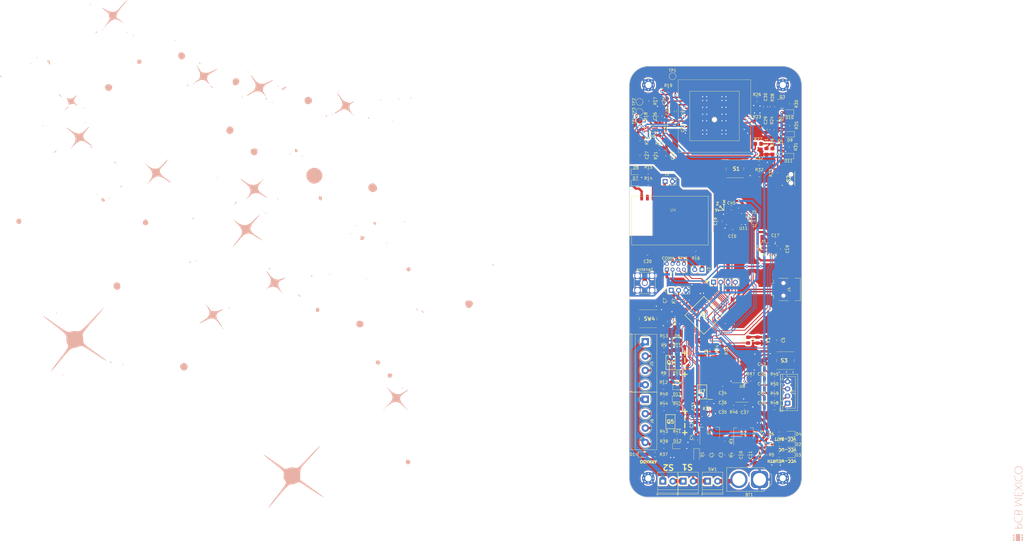
<source format=kicad_pcb>
(kicad_pcb (version 20221018) (generator pcbnew)
  (layers (0 "F.Cu" signal) (31 "B.Cu" signal) (34 "B.Paste" user) (35 "F.Paste" user) (36 "B.SilkS" user "B.Silkscreen") (37 "F.SilkS" user "F.Silkscreen") (38 "B.Mask" user) (39 "F.Mask" user) (44 "Edge.Cuts" user))
  (net 0 "")
  (net 1 "ATN")
  (net 2 "TV_GNDT")
  (net 3 "Net-(BT1-+)")
  (net 4 "GND")
  (net 5 "Net-(D1-K)")
  (net 6 "Net-(IC1-PH0-OSC_IN)")
  (net 7 "Net-(Y1-CRYSTAL_1)")
  (net 8 "Net-(IC1-VCAP_2)")
  (net 9 "Net-(IC1-VCAP_1)")
  (net 10 "NRST")
  (net 11 "Net-(U2-ADJ)")
  (net 12 "+3.3V")
  (net 13 "RST")
  (net 14 "Net-(U11-CAP)")
  (net 15 "VCC-TV-3.3")
  (net 16 "3v3-ldo")
  (net 17 "Net-(U5-RX)")
  (net 18 "Net-(U5-TX)")
  (net 19 "VCCA")
  (net 20 "Net-(Q2-G)")
  (net 21 "Net-(Q3-G)")
  (net 22 "Net-(Q4-G)")
  (net 23 "Net-(D2-A)")
  (net 24 "Net-(D3-A)")
  (net 25 "Net-(D4-A)")
  (net 26 "Net-(D5-K)")
  (net 27 "IGN1")
  (net 28 "Net-(D6-K)")
  (net 29 "IGN2")
  (net 30 "Net-(D7-A)")
  (net 31 "Net-(D8-A)")
  (net 32 "Net-(D9-K)")
  (net 33 "Net-(D10-K)")
  (net 34 "Net-(D11-K)")
  (net 39 "Net-(IC1-PH1-OSC_OUT)")
  (net 48 "ALERT-BQ")
  (net 49 "Net-(U8-CAP1)")
  (net 50 "Net-(U8-REGOUT)")
  (net 54 "Net-(U8-BAT)")
  (net 55 "Net-(U8-VC0)")
  (net 56 "Net-(U8-VC3)")
  (net 57 "Net-(U8-VC2)")
  (net 61 "stmRXT")
  (net 62 "Net-(IC1-BOOT0)")
  (net 64 "SCL")
  (net 65 "SDA")
  (net 66 "Net-(J1-Pin_2)")
  (net 67 "Net-(J2-Pin_1)")
  (net 68 "Net-(J3-Pin_1)")
  (net 69 "Net-(JP2-C)")
  (net 72 "Net-(D14-A)")
  (net 73 "V-IGN")
  (net 74 "T1")
  (net 75 "T2")
  (net 76 "Net-(Q1-G1)")
  (net 77 "Net-(Q1-G2)")
  (net 78 "Net-(Q2-D)")
  (net 79 "Net-(Q3-D)")
  (net 80 "Net-(Q4-D)")
  (net 81 "+12V")
  (net 82 "Net-(U4-{slash}RX_IND)")
  (net 83 "Net-(U4-{slash}TX_IND)")
  (net 84 "RX-GNSS-3V3")
  (net 85 "TX-GNSS-1V8")
  (net 86 "CTS-GNSS-3v3")
  (net 87 "+1V8")
  (net 88 "wkp")
  (net 89 "1pps")
  (net 90 "Net-(S1-NO_1)")
  (net 91 "Net-(R33-Pad1)")
  (net 92 "ON-OFF")
  (net 94 "RSTIMU")
  (net 96 "Net-(S3-COM_1)")
  (net 101 "Net-(U6-B1)")
  (net 110 "TXD")
  (net 111 "RXT")
  (net 119 "RTS-1V8")
  (net 128 "TX-GNSS-3V3")
  (net 129 "Net-(S3-NO_1)")
  (net 132 "stmTXD")
  (net 133 "Net-(D12-K)")
  (net 134 "EYECCION1")
  (net 135 "Net-(D13-K)")
  (net 136 "EYECCION2")
  (net 137 "SCK")
  (net 138 "MOSI")
  (net 139 "CS")
  (net 140 "SWDIO")
  (net 141 "SWCLK")
  (net 142 "MISO")
  (net 143 "EY1")
  (net 144 "EY2")
  (net 145 "Net-(Q5-G1)")
  (net 146 "Net-(Q5-G2)")
  (net 147 "CELL_3")
  (net 148 "CELL_2")
  (net 149 "CELL_1")
  (net 155 "D-")
  (net 156 "D+")
  (net 161 "Net-(SW-ARM1A-B)")
  (net 169 "+3.3VP")
  (net 170 "Net-(JP1-C)")
  (footprint "Resistor_SMD:R_0805_2012Metric_Pad1.20x1.40mm_HandSolder" (layer "F.Cu") (at 64.905 126.9492 -90)
    (fp_text reference "R35")
    (fp_text value "4.7k" hide)
  )
  (footprint "Capacitor_SMD:C_0805_2012Metric" (layer "F.Cu") (at 65.18125 147.227 180)
    (fp_text reference "C35")
    (fp_text value "1uf" hide)
  )
  (footprint "MountingHole:MountingHole_2.2mm_M2_Pad_Via" (layer "F.Cu") (at 39.3375 34.95)
    (fp_text reference "GNDSCREW2" hide)
    (fp_text value "Conn_01x01_Male" hide)
  )
  (footprint "Capacitor_SMD:C_0805_2012Metric_Pad1.18x1.45mm_HandSolder" (layer "F.Cu") (at 49.638 49.9375 -90)
    (fp_text reference "C22")
    (fp_text value "4.7uf")
  )
  (footprint "space:NX3225GA16000MSTDCRG1" (layer "F.Cu") (at 81.0132 123.8328 -90)
    (fp_text reference "Y1")
    (fp_text value "NX3225GA-16.000M-STD-CRG-1" hide)
  )
  (footprint "Connector_Coaxial:SMA_Wurth_60312002114503_Vertical" (layer "F.Cu") (at 38.0725 103.9275)
    (fp_text reference "antena1")
    (fp_text value "Conn_Coaxial")
  )
  (footprint "LED_SMD:LED_0805_2012Metric" (layer "F.Cu") (at 49.4375 140.15)
    (fp_text reference "D5")
    (fp_text value "LED_Small" hide)
  )
  (footprint "LED_SMD:LED_0805_2012Metric_Pad1.15x1.40mm_HandSolder" (layer "F.Cu") (at 88.338 52.1425 180)
    (fp_text reference "D9")
    (fp_text value "LED_Small")
  )
  (footprint "Resistor_SMD:R_0805_2012Metric_Pad1.20x1.40mm_HandSolder" (layer "F.Cu") (at 40.2375 59.55 -90)
    (fp_text reference "R21")
    (fp_text value "1.8k")
  )
  (footprint "Connector_PinHeader_2.54mm:PinHeader_1x04_P2.54mm_Vertical" (layer "F.Cu") (at 61.9975 103.65 90)
    (fp_text reference "J8")
    (fp_text value "JTAG")
  )
  (footprint "Capacitor_SMD:C_0805_2012Metric_Pad1.18x1.45mm_HandSolder" (layer "F.Cu") (at 47.538 44.1625 -90)
    (fp_text reference "C23")
    (fp_text value "100pf")
  )
  (footprint "Connector_JST:JST_XH_B4B-XH-A_1x04_P2.50mm_Vertical" (layer "F.Cu") (at 87.78725 145.79 90)
    (fp_text reference "J7")
    (fp_text value "Conn_01x04_Socket")
  )
  (footprint "space:SOIC127P600X175-8M" (layer "F.Cu") (at 47.0005 152.215 180)
    (fp_text reference "Q5")
    (fp_text value "DMN2041LSD-13" hide)
  )
  (footprint "Capacitor_SMD:C_0805_2012Metric_Pad1.18x1.45mm_HandSolder" (layer "F.Cu") (at 37.1375 59.45 -90)
    (fp_text reference "C27")
    (fp_text value "100nf")
  )
  (footprint "Capacitor_SMD:C_0805_2012Metric_Pad1.18x1.45mm_HandSolder" (layer "F.Cu") (at 80.038 50.4925 -90)
    (fp_text reference "C29")
    (fp_text value "100pf")
  )
  (footprint "Capacitor_SMD:C_0805_2012Metric" (layer "F.Cu") (at 78.77025 144.052)
    (fp_text reference "C40")
    (fp_text value "1uf" hide)
  )
  (footprint "Connector_PinHeader_2.54mm:PinHeader_1x02_P2.54mm_Vertical" (layer "F.Cu") (at 45.1625 68.55 90)
    (fp_text reference "J2")
    (fp_text value "header rst")
  )
  (footprint "space:SW-WURT" (layer "F.Cu") (at 88.9875 67.6 -90)
    (fp_text reference "S2")
    (fp_text value "SW-WURT" hide)
  )
  (footprint "Capacitor_SMD:C_0805_2012Metric_Pad1.18x1.45mm_HandSolder" (layer "F.Cu") (at 73.1995 163.829 -90)
    (fp_text reference "C11")
    (fp_text value "100nf" hide)
  )
  (footprint "Resistor_SMD:R_0805_2012Metric" (layer "F.Cu") (at 83.21525 144.052)
    (fp_text reference "R49")
    (fp_text value "100" hide)
  )
  (footprint "Resistor_SMD:R_0805_2012Metric" (layer "F.Cu") (at 83.21525 147.354)
    (fp_text reference "R48")
    (fp_text value "100" hide)
  )
  (footprint "Resistor_SMD:R_0805_2012Metric_Pad1.20x1.40mm_HandSolder" (layer "F.Cu") (at 77.9375 66.15)
    (fp_text reference "R32")
    (fp_text value "10k")
  )
  (footprint "Resistor_SMD:R_0805_2012Metric_Pad1.20x1.40mm_HandSolder" (layer "F.Cu") (at 83.5875 65.55 90)
    (fp_text reference "R33")
    (fp_text value "10k")
  )
  (footprint "Capacitor_SMD:C_0805_2012Metric" (layer "F.Cu") (at 65.18125 140.623)
    (fp_text reference "C34")
    (fp_text value "1uf" hide)
  )
  (footprint "LED_SMD:LED_0805_2012Metric_Pad1.15x1.40mm_HandSolder" (layer "F.Cu") (at 88.138 59.7625 180)
    (fp_text reference "D11")
    (fp_text value "LED_Small")
  )
  (footprint "space:PSB-WURT" (layer "F.Cu") (at 39.2502 116.3828 180)
    (fp_text reference "SW4")
    (fp_text value "PSB-WURT" hide)
  )
  (footprint "Resistor_SMD:R_0805_2012Metric_Pad1.20x1.40mm_HandSolder" (layer "F.Cu") (at 55.8375 93.65 180)
    (fp_text reference "R16")
    (fp_text value "220")
  )
  (footprint "Capacitor_SMD:C_0805_2012Metric_Pad1.18x1.45mm_HandSolder" (layer "F.Cu") (at 84.7132 123.8328 90)
    (fp_text reference "C5")
    (fp_text value "6pf")
  )
  (footprint "Connector_USB:USB_Mini-B_Lumberg_2486_01_Horizontal" (layer "F.Cu") (at 86.3625 106.15 90)
    (fp_text reference "J4")
    (fp_text value "USB_B_Mini")
  )
  (footprint "Capacitor_SMD:C_0805_2012Metric_Pad1.18x1.45mm_HandSolder" (layer "F.Cu") (at 49.738 44.1625 -90)
    (fp_text reference "C24")
    (fp_text value "4.7uf")
  )
  (footprint "space:STM32H503RBT6" (layer "F.Cu") (at 58.656898 115.184155 -45)
    (fp_text reference "IC1")
    (fp_text value "STM32H503RBT6" hide)
  )
  (footprint "Resistor_SMD:R_0805_2012Metric_Pad1.20x1.40mm_HandSolder" (layer "F.Cu") (at 74.0664 123.825 -90)
    (fp_text reference "R2")
    (fp_text value "50" hide)
  )
  (footprint "Capacitor_SMD:C_0805_2012Metric_Pad1.18x1.45mm_HandSolder" (layer "F.Cu") (at 80.438 58.125 -90)
    (fp_text reference "C31")
    (fp_text value "100pf")
  )
  (footprint "Resistor_SMD:R_0805_2012Metric_Pad1.20x1.40mm_HandSolder" (layer "F.Cu") (at 39.3 69.15)
    (fp_text reference "R14")
    (fp_text value "220")
  )
  (footprint "Capacitor_SMD:C_0805_2012Metric_Pad1.18x1.45mm_HandSolder" (layer "F.Cu") (at 69.8975 163.829 -90)
    (fp_text reference "C10")
    (fp_text value "100nf" hide)
  )
  (footprint "Resistor_SMD:R_0805_2012Metric_Pad1.20x1.40mm_HandSolder" (layer "F.Cu") (at 59.7 146 180)
    (fp_text reference "R38")
    (fp_text value "10k")
  )
  (footprint "Capacitor_SMD:C_0805_2012Metric_Pad1.18x1.45mm_HandSolder" (layer "F.Cu") (at 68.6375 86.05)
    (fp_text reference "C15")
    (fp_text value "1uf")
  )
  (footprint "Package_LGA:Bosch_LGA-8_2.5x2.5mm_P0.65mm_ClockwisePinNumbering" (layer "F.Cu") (at 82.75 92.136334 180)
    (fp_text reference "U3")
    (fp_text value "BME280")
  )
  (footprint "MountingHole:MountingHole_2.2mm_M2_Pad_Via" (layer "F.Cu") (at 86.0975 171.91)
    (fp_text reference "GNDSCREW3" hide)
    (fp_text value "Conn_01x01_Male" hide)
  )
  (footprint "Resistor_SMD:R_0805_2012Metric_Pad1.20x1.40mm_HandSolder" (layer "F.Cu") (at 77.538 55.4625)
    (fp_text reference "R27")
    (fp_text value "10k")
  )
  (footprint "space:PSB-WURT" (layer "F.Cu") (at 87.0375 130.95)
    (fp_text reference "S3")
    (fp_text value "PSB-WURT" hide)
  )
  (footprint "Resistor_SMD:R_0805_2012Metric_Pad1.20x1.40mm_HandSolder" (layer "F.Cu") (at 44.7225 160.724)
    (fp_text reference "R39")
    (fp_text value "220" hide)
  )
  (footprint "space:tarvos-iii" (layer "F.Cu") (at 47.1375 84.35)
    (fp_text reference "U4")
    (fp_text value "TARVOS_III")
  )
  (footprint "LED_SMD:LED_0805_2012Metric" (layer "F.Cu") (at 88.7375 160.15 180)
    (fp_text reference "D2")
    (fp_text value "LED_Small" hide)
  )
  (footprint "Capacitor_SMD:C_0805_2012Metric_Pad1.18x1.45mm_HandSolder" (layer "F.Cu") (at 46.1375 59.65 -90)
    (fp_text reference "C28")
    (fp_text value "100nf")
  )
  (footprint "Resistor_SMD:R_0805_2012Metric_Pad1.20x1.40mm_HandSolder" (layer "F.Cu") (at 82.338 50.53 -90)
    (fp_text reference "R24")
    (fp_text value "100k")
  )
  (footprint "Capacitor_SMD:C_0805_2012Metric_Pad1.18x1.45mm_HandSolder" (layer "F.Cu") (at 46.7318 117.3557 90)
    (fp_text reference "C14")
    (fp_text value "0.1uf")
  )
  (footprint "Connector_AMASS:AMASS_XT60-M_1x02_P7.20mm_Vertical" (layer "F.Cu") (at 78.0375 172.35 180)
    (fp_text reference "BT1")
    (fp_text value "Battery")
  )
  (footprint "Capacitor_SMD:C_0805_2012Metric" (layer "F.Cu") (at 78.77025 147.354)
    (fp_text reference "C39")
    (fp_text value "1uf" hide)
  )
  (footprint "Resistor_SMD:R_0805_2012Metric_Pad1.20x1.40mm_HandSolder" (layer "F.Cu") (at 49.2945 147.643 180)
    (fp_text reference "R42")
    (fp_text value "0" hide)
  )
  (footprint "Resistor_SMD:R_0805_2012Metric_Pad1.20x1.40mm_HandSolder" (layer "F.Cu") (at 89.138 56.5625 90)
    (fp_text reference "R31")
    (fp_text value "2.2k")
  )
  (footprint "TerminalBlock_Phoenix:TerminalBlock_Phoenix_PT-1,5-4-5.0-H_1x04_P5.00mm_Horizontal" (layer "F.Cu") (at 38.2375 144.45 -90)
    (fp_text reference "J6")
    (fp_text value "Screw_Terminal_01x04")
  )
  (footprint "Resistor_SMD:R_0805_2012Metric_Pad1.20x1.40mm_HandSolder" (layer "F.Cu") (at 43.1375 56.95)
    (fp_text reference "R22")
    (fp_text value "1.5k")
  )
  (footprint "space:Erinome-l" (layer "F.Cu") (at 53.703 37.1275)
    (fp_text reference "U5" hide)
    (fp_text value "ERINOME-l")
  )
  (footprint "Connector_PinHeader_2.54mm:PinHeader_1x02_P2.54mm_Vertical" (layer "F.Cu") (at 58.0125 99.25 -90)
    (fp_text reference "J3")
    (fp_text value "Conn_01x02_Pin")
  )
  (footprint "TestPoint:TestPoint_Pad_D2.0mm" (layer "F.Cu") (at 36.2375 44.35 90)
    (fp_text reference "TP3")
    (fp_text value "1v8")
  )
  (footprint "LED_SMD:LED_0805_2012Metric" (layer "F.Cu") (at 49.2945 144.341)
    (fp_text reference "D13")
    (fp_text value "LED_Small" hide)
  )
  (footprint "Resistor_SMD:R_0805_2012Metric_Pad1.20x1.40mm_HandSolder" (layer "F.Cu") (at 77.138 47.6925)
    (fp_text reference "R23")
    (fp_text value "10k")
  )
  (footprint "LED_SMD:LED_0805_2012Metric" (layer "F.Cu") (at 37.481183 163.650241)
    (fp_text reference "D14")
    (fp_text value "LED_Small")
  )
  (footprint "LED_SMD:LED_0805_2012Metric_Pad1.15x1.40mm_HandSolder" (layer "F.Cu") (at 88.113 44.5625 180)
    (fp_text reference "D10")
    (fp_text value "LED_Small")
  )
  (footprint "Capacitor_SMD:C_0805_2012Metric_Pad1.18x1.45mm_HandSolder" (layer "F.Cu") (at 47.138 49.9625 -90)
    (fp_text reference "C21")
    (fp_text value "100pf")
  )
  (footprint "Resistor_SMD:R_0805_2012Metric_Pad1.20x1.40mm_HandSolder" (layer "F.Cu") (at 84.83675 163.85)
    (fp_text reference "R5")
    (fp_text value "220" hide)
  )
  (footprint "Package_LGA:LGA-28_5.2x3.8mm_P0.5mm" (layer "F.Cu") (at 69.1375 81.65)
    (fp_text reference "U11")
    (fp_text value "BNO055")
  )
  (footprint "Resistor_SMD:R_0805_2012Metric_Pad1.20x1.40mm_HandSolder" (layer "F.Cu") (at 61.603 126.9492 -90)
    (fp_text reference "R34")
    (fp_text value "4.7k" hide)
  )
  (footprint "Package_SO:TSSOP-20_4.4x6.5mm_P0.65mm" (layer "F.Cu") (at 71.91225 142.02)
    (fp_text reference "U8")
    (fp_text value "BQ76920PW" hide)
  )
  (footprint "Resistor_SMD:R_0805_2012Metric_Pad1.20x1.40mm_HandSolder" (layer "F.Cu") (at 89.213 41.5625 90)
    (fp_text reference "R30")
    (fp_text value "1k")
  )
  (footprint "Resistor_SMD:R_0805_2012Metric_Pad1.20x1.40mm_HandSolder" (layer "F.Cu") (at 49.8375 110.25 -90)
    (fp_text reference "R7")
    (fp_text value "100k")
  )
  (footprint "LED_SMD:LED_0805_2012Metric" (layer "F.Cu") (at 35 69.15)
    (fp_text reference "D7")
    (fp_text value "LED_Small")
  )
  (footprint "Jumper:SolderJumper-3_P1.3mm_Open_RoundedPad1.0x1.5mm_NumberLabels" (layer "F.Cu") (at 79.475 91.711334 -90)
    (fp_text reference "JP1")
    (fp_text value "Jumper_3_Open")
  )
  (footprint "Resistor_SMD:R_0805_2012Metric_Pad1.20x1.40mm_HandSolder" (layer "F.Cu") (at 89.338 49.1425 90)
    (fp_text reference "R25")
    (fp_text value "2.2k")
  )
  (footprint "Capacitor_SMD:C_0805_2012Metric_Pad1.18x1.45mm_HandSolder" (layer "F.Cu") (at 77.1895 156.1265 90)
    (fp_text reference "C9")
    (fp_text value "100nf" hide)
  )
  (footprint "Capacitor_SMD:C_0805_2012Metric_Pad1.18x1.45mm_HandSolder" (layer "F.Cu") (at 57.912 128.016 -90)
    (fp_text reference "C8")
    (fp_text value "6pf")
  )
  (footprint "Capacitor_SMD:C_0805_2012Metric_Pad1.18x1.45mm_HandSolder" (layer "F.Cu") (at 77.3132 123.8328 -90)
    (fp_text reference "C6")
    (fp_text value "6pf")
  )
  (footprint "Resistor_SMD:R_0805_2012Metric_Pad1.20x1.40mm_HandSolder" (layer "F.Cu") (at 49.2945 157.295 180)
    (fp_text reference "R41")
    (fp_text value "0" hide)
  )
  (footprint "Resistor_SMD:R_0805_2012Metric" (layer "F.Cu") (at 83.21525 140.75)
    (fp_text reference "R50")
    (fp_text value "100" hide)
  )
  (footprint "Capacitor_SMD:C_0805_2012Metric_Pad1.18x1.45mm_HandSolder" (layer "F.Cu") (at 79.7395 163.829 -90)
    (fp_text reference "C13")
    (fp_text value "100uf" hide)
  )
  (footprint "Capacitor_SMD:C_0805_2012Metric" (layer "F.Cu") (at 72.86225 147.227 180)
    (fp_text reference "C37")
    (fp_text value "10uf" hide)
  )
  (footprint "Capacitor_SMD:C_0805_2012Metric" (layer "F.Cu") (at 78.77025 140.75 180)
    (fp_text reference "C41")
    (fp_text value "1uf" hide)
  )
  (footprint "LED_SMD:LED_0805_2012Metric" (layer "F.Cu") (at 49.4215 160.724)
    (fp_text reference "D12")
    (fp_text value "LED_Small" hide)
  )
  (footprint "Capacitor_SMD:C_0805_2012Metric_Pad1.18x1.45mm_HandSolder" (layer "F.Cu") (at 86.075 92.148834 -90)
    (fp_text reference "C19")
    (fp_text value "100nf")
  )
  (footprint "Diode_SMD:D_SOD-123F" (layer "F.Cu") (at 56.1175 163.7745 -90)
    (fp_text reference "D1")
    (fp_text value "1N5400" hide)
  )
  (footprint "Capacitor_SMD:C_0805_2012Metric_Pad1.18x1.45mm_HandSolder" (layer "F.Cu") (at 80.138 42.5625 -90)
    (fp_text reference "C30")
    (fp_text value "100pf")
  )
  (footprint "MountingHole:MountingHole_2.2mm_M2_Pad_Via" (layer "F.Cu") (at 86.1375 34.95)
    (fp_text reference "GNDSCREW1" hide)
    (fp_text value "Conn_01x01_Male" hide)
  )
  (footprint "Resistor_SMD:R_0805_2012Metric_Pad1.20x1.40mm_HandSolder" (layer "F.Cu") (at 39.3 65.25)
    (fp_text reference "R15")
    (fp_text value "220")
  )
  (footprint "Resistor_SMD:R_0805_2012Metric" (layer "F.Cu") (at 83.21525 137.321 180)
    (fp_text reference "R45")
    (fp_text value "10k" hide)
  )
  (footprint "Resistor_SMD:R_0805_2012Metric_Pad1.20x1.40mm_HandSolder" (layer "F.Cu") (at 44.7225 144.341 180)
    (fp_text reference "R40")
    (fp_text value "220" hide)
  )
  (footprint "Package_TO_SOT_SMD:SOT-23" (layer "F.Cu") (at 85.963 41.4625)
    (fp_text reference "Q3")
    (fp_text value "BSS138")
  )
  (footprint "Resistor_SMD:R_0805_2012Metric_Pad1.20x1.40mm_HandSolder" (layer "F.Cu") (at 44.6115 140.15)
    (fp_text reference "R12")
    (fp_text value "220" hide)
  )
  (footprint "Resistor_SMD:R_0805_2012Metric_Pad1.20x1.40mm_HandSolder" (layer "F.Cu") (at 40.038 45.8625 90)
    (fp_text reference "R18")
    (fp_text value "100")
  )
  (footprint "Resistor_SMD:R_0805_2012Metric_Pad1.20x1.40mm_HandSolder" (layer "F.Cu") (at 41.6375 163.65 180)
    (fp_text reference "R37")
    (fp_text value "1k")
  )
  (footprint "Resistor_SMD:R_0805_2012Metric_Pad1.20x1.40mm_HandSolder" (layer "F.Cu") (at 44.7385 123.981 180)
    (fp_text reference "R13")
    (fp_text value "220" hide)
  )
  (footprint "TerminalBlock_Phoenix:TerminalBlock_Phoenix_PT-1,5-4-5.0-H_1x04_P5.00mm_Horizontal" (layer "F.Cu") (at 38.2295 124.377 -90)
    (fp_text reference "J5")
    (fp_text value "Screw_Terminal_01x04")
  )
  (footprint "LED_SMD:LED_0805_2012Metric" (layer "F.Cu") (at 35 65.25)
    (fp_text reference "D8")
    (fp_text value "LED_Small")
  )
  (footprint "Connector_PinHeader_2.00mm:PinHeader_2x04_P2.00mm_Vertical" (layer "F.Cu") (at 45.7375 99.25 90)
    (fp_text reference "COMM-TRV1")
    (fp_text value "Conn_02x04_Odd_Even")
  )
  (footprint "Capacitor_SMD:C_0805_2012Metric_Pad1.18x1.45mm_HandSolder" (layer "F.Cu") (at 64.2875 82.45 90)
    (fp_text reference "C16")
    (fp_text value "100nf")
  )
  (footprint "TerminalBlock_Phoenix:TerminalBlock_Phoenix_PT-1,5-2-3.5-H_1x02_P3.50mm_Horizontal" (layer "F.Cu") (at 51.4375 172.95)
    (fp_text reference "SW-PIR1" hide)
    (fp_text value "on-bt1")
  )
  (footprint "Resistor_SMD:R_0805_2012Metric_Pad1.20x1.40mm_HandSolder" (layer "F.Cu") (at 37.1375 54.45 -90)
    (fp_text reference "R20")
    (fp_text value "0")
  )
  (footprint "Resistor_SMD:R_0805_2012Metric_Pad1.20x1.40mm_HandSolder" (layer "F.Cu") (at 82.538 58.125 -90)
    (fp_text reference "R29")
    (fp_text value "100k")
  )
  (footprint "Capacitor_SMD:C_0805_2012Metric_Pad1.18x1.45mm_HandSolder" (layer "F.Cu") (at 68.2 77.75)
    (fp_text reference "C45")
    (fp_text value "100nf")
  )
  (footprint "Resistor_SMD:R_0805_2012Metric_Pad1.20x1.40mm_HandSolder" (layer "F.Cu") (at 84.83675 156.55)
    (fp_text reference "R6")
    (fp_text value "1k" hide)
  )
  (footprint "Resistor_SMD:R_0805_2012Metric_Pad1.20x1.40mm_HandSolder" (layer "F.Cu") (at 44.7225 157.295 180)
    (fp_text reference "R43")
    (fp_text value "10k" hide)
  )
  (footprint "Capacitor_SMD:C_0805_2012Metric" (layer "F.Cu") (at 78.77025 133.892 180)
    (fp_text reference "C42")
    (fp_text value "1uf" hide)
  )
  (footprint "space:SOIC127P600X175-8M" (layer "F.Cu") (at 47.0165 131.601 180)
    (fp_text reference "Q1")
    (fp_text value "DMN2041LSD-13" hide)
  )
  (footprint "TestPoint:TestPoint_Pad_D2.0mm" (layer "F.Cu") (at 36.2375 40.85 90)
    (fp_text reference "TP2")
    (fp_text value "GND")
  )
  (footprint "Jumper:SolderJumper-3_P1.3mm_Open_RoundedPad1.0x1.5mm_NumberLabels" (layer "F.Cu") (at 76.2375 81.65 90)
    (fp_text reference "JP2")
    (fp_text value "Jumper_3_Open")
  )
  (footprint "Resistor_SMD:R_0805_2012Metric_Pad1.20x1.40mm_HandSolder" (layer "F.Cu") (at 82.538 42.5625 -90)
    (fp_text reference "R28")
    (fp_text value "100k")
  )
  (footprint "Connector_PinHeader_2.54mm:PinHeader_1x03_P2.54mm_Vertical" (layer "F.Cu") (at 47.2975 106.45 90)
    (fp_text reference "J1")
    (fp_text value "Conn_01x03_Pin")
  )
  (footprint "LED_SMD:LED_0805_2012Metric" (layer "F.Cu") (at 49.4375 123.981)
    (fp_text reference "D6")
    (fp_text value "LED_Small" hide)
  )
  (footprint "Resistor_SMD:R_0805_2012Metric_Pad1.20x1.40mm_HandSolder" (layer "F.Cu") (at 40.238 40.5625 90)
    (fp_text reference "R17")
    (fp_text value "100")
  )
  (footprint "Resistor_SMD:R_0805_2012Metric_Pad1.20x1.40mm_HandSolder" (layer "F.Cu") (at 46.2375 36.75 180)
    (fp_text reference "R19")
    (fp_text value "10k")
  )
  (footprint "TestPoint:TestPoint_Pad_D2.0mm" (layer "F.Cu") (at 36.2375 47.35 90)
    (fp_text reference "TP4")
    (fp_text value "RTS")
  )
  (footprint "Resistor_SMD:R_0805_2012Metric" (layer "F.Cu") (at 69.05225 147.227 180)
    (fp_text reference "R46")
    (fp_text value "100" hide)
  )
  (footprint "Capacitor_SMD:C_0805_2012Metric" (layer "F.Cu") (at 78.77025 137.321)
    (fp_text reference "C38")
    (fp_text value "1uf" hide)
  )
  (footprint "Capacitor_SMD:C_0805_2012Metric_Pad1.18x1.45mm_HandSolder" (layer "F.Cu") (at 46.6375 110.25 -90)
    (fp_text reference "C7")
    (fp_text value "6pf")
  )
  (footprint "Capacitor_SMD:C_0805_2012Metric_Pad1.18x1.45mm_HandSolder" (layer "F.Cu") (at 43.338 45.8625 90)
    (fp_text reference "C26")
    (fp_text value "18pf")
  )
  (footprint "Resistor_SMD:R_0805_2012Metric_Pad1.20x1.40mm_HandSolder" (layer "F.Cu") (at 66.5955 163.829 -90)
    (fp_text reference "R4")
    (fp_text value "196" hide)
  )
  (footprint "TerminalBlock_Phoenix:TerminalBlock_Phoenix_PT-1,5-2-3.5-H_1x02_P3.50mm_Horizontal" (layer "F.Cu") (at 59.9375 172.95)
    (fp_text reference "SW1")
    (fp_text value "MAIN")
  )
  (footprint "Capacitor_SMD:C_0805_2012Metric_Pad1.18x1.45mm_HandSolder" (layer "F.Cu") (at 62.9755 163.7745 -90)
    (fp_text reference "C2")
    (fp_text value "100nf" hide)
  )
  (footprint "TestPoint:TestPoint_Pad_D2.0mm" (layer "F.Cu") (at 47.7375 31.95)
    (fp_text reference "TP1")
    (fp_text value "CTS")
  )
  (footprint "Package_TO_SOT_SMD:SOT-223-3_TabPin2" (layer "F.Cu") (at 72.4375 156.257 90)
    (fp_text reference "U2")
    (fp_text value "TLV1117-ADJ" hide)
  )
  (footprint "Resistor_SMD:R_0805_2012Metric_Pad1.20x1.40mm_HandSolder" (layer "F.Cu") (at 66.5955 159.067 -90)
    (fp_text reference "R3")
    (fp_text value "120" hide)
  )
  (footprint "TerminalBlock_Phoenix:TerminalBlock_Phoenix_PT-1,5-2-3.5-H_1x02_P3.50mm_Horizontal" (layer "F.Cu") (at 44.3375 172.95)
    (fp_text reference "SW-ARM1" hide)
    (fp_text value "on-bt1")
  )
  (footprint "LED_SMD:LED_0805_2012Metric" (layer "F.Cu") (at 88.7 163.85 180)
    (fp_text reference "D3")
    (fp_text value "LED_Small" hide)
  )
  (footprint "Resistor_SMD:R_0805_2012Metric" (layer "F.Cu") (at 74.96025 137.321 180)
    (fp_text reference "R47")
    (fp_text value "100" hide)
  )
  (footprint "Capacitor_SMD:C_0805_2012Metric_Pad1.18x1.45mm_HandSolder" (layer "F.Cu") (at 43.238 40.5625 90)
    (fp_text reference "C25")
    (fp_text value "18pf")
  )
  (footprint "Resistor_SMD:R_0805_2012Metric_Pad1.20x1.40mm_HandSolder" (layer "F.Cu") (at 44.7385 127.283 180)
    (fp_text reference "R9")
    (fp_text value "10k" hide)
  )
  (footprint "Capacitor_SMD:C_0805_2012Metric_Pad1.18x1.45mm_HandSolder" (layer "F.Cu") (at 83.5125 88.911334)
    (fp_text reference "C17")
    (fp_text value "100nf")
  )
  (footprint "space:PSB-WURT" (layer "F.Cu") (at 69.4875 64.15 180)
    (fp_text reference "S1")
    (fp_text value "PSB-WURT" hide)
  )
  (footprint "Resistor_SMD:R_0805_2012Metric_Pad1.20x1.40mm_HandSolder" (layer "F.Cu") (at 44.7225 147.643 180)
    (fp_text reference "R44")
    (fp_text value "10k" hide)
  )
  (footprint "Capacitor_SMD:C_0805_2012Metric_Pad1.18x1.45mm_HandSolder" (layer "F.Cu") (at 39.0375 94.95)
    (fp_text reference "C20")
    (fp_text value "100uf")
  )
  (footprint "Capacitor_SMD:C_0805_2012Metric_Pad1.18x1.45mm_HandSolder" (layer "F.Cu") (at 55.8635 153.4845 90)
    (fp_text reference "C3")
    (fp_text value "10uf" hide)
  )
  (footprint "Capacitor_SMD:C_0805_2012Metric_Pad1.18x1.45mm_HandSolder" (layer "F.Cu") (at 59.6735 163.7745 -90)
    (fp_text reference "C1")
    (fp_text value "10uf" hide)
  )
  (footprint "Resistor_SMD:R_0805_2012Metric_Pad1.20x1.40mm_HandSolder" (layer "F.Cu") (at 84.87425 160.15 180)
    (fp_text reference "R1")
    (fp_text value "220" hide)
  )
  (footprint "Resistor_SMD:R_0805_2012Metric_Pad1.20x1.40mm_HandSolder" (layer "F.Cu") (at 44.6115 136.975 180)
    (fp_text reference "R8")
    (fp_text value "10k" hide)
  )
  (footprint "Capacitor_SMD:C_0805_2012Metric_Pad1.18x1.45mm_HandSolder" (layer "F.Cu") (at 77.8375 62.15)
    (fp_text reference "C32")
    (fp_text value "1uf")
  )
  (footprint "Capacitor_SMD:C_0805_2012Metric_Pad1.18x1.45mm_HandSolder" (layer "F.Cu") (at 76.5015 163.829 -90)
    (fp_text reference "C12")
    (fp_text value "1uf" hide)
  )
  (footprint "Resistor_SMD:R_0805_2012Metric_Pad1.20x1.40mm_HandSolder" (layer "F.Cu") (at 49.3105 127.283 180)
    (fp_text reference "R11")
    (fp_text value "0" hide)
  )
  (footprint "Package_TO_SOT_SMD:SOT-223-3_TabPin2" (layer "F.Cu") (at 60.6895 156.0245 90)
    (fp_text reference "U1")
    (fp_text value "LD1117S33TR_SOT223" hide)
  )
  (footprint "LED_SMD:LED_0805_2012Metric" (layer "F.Cu") (at 88.7 156.55 180)
    (fp_text reference "D4")
    (fp_text value "LED_Small" hide)
  )
  (footprint "Package_TO_SOT_SMD:SOT-23" (layer "F.Cu") (at 85.8755 56.8125)
    (fp_text reference "Q4")
    (fp_text value "BSS138")
  )
  (footprint "Package_SO:VSSOP-8_2.4x2.1mm_P0.5mm" (layer "F.Cu") (at 40.7375 50.25 180)
    (fp_text reference "U6")
    (fp_text value "TXB0102DCU")
  )
  (footprint "Capacitor_SMD:C_0805_2012Metric" (layer "F.Cu") (at 65.18125 143.925)
    (fp_text reference "C36")
    (fp_text value "4.7uf" hide)
  )
  (footprint "Capacitor_SMD:C_0805_2012Metric_Pad1.18x1.45mm_HandSolder" (layer "F.Cu") (at 56.4 147 90)
    (fp_text reference "C33")
    (fp_text value "100nf")
  )
  (footprint "Resistor_SMD:R_0805_2012Metric_Pad1.20x1.40mm_HandSolder" (layer "F.Cu") (at 49.3025 136.935 180)
    (fp_text reference "R10")
    (fp_text value "0" hide)
  )
  (footprint "Resistor_SMD:R_0805_2012Metric_Pad1.20x1.40mm_HandSolder" (layer "F.Cu") (at 77.138 39.9625)
    (fp_text reference "R26")
    (fp_text value "10k")
  )
  (footprint "MountingHole:MountingHole_2.2mm_M2_Pad_Via" (layer "F.Cu") (at 39.297499 171.91)
    (fp_text reference "GNDSCREW4" hide)
    (fp_text value "Conn_01x01_Male" hide)
  )
  (footprint "Package_TO_SOT_SMD:SOT-23" (layer "F.Cu") (at 85.6755 49.0125)
    (fp_text reference "Q2")
    (fp_text value "BSS138")
  )
  (footprint "space:SOIC127P600X175-8M" (layer "F.Cu") (at 58.0375 141.85 180)
    (fp_text reference "U7")
    (fp_text value "W25Q128JVS" hide)
  )
  (footprint "Capacitor_SMD:C_0805_2012Metric_Pad1.18x1.45mm_HandSolder" (layer "F.Cu") (at 55.8635 158.5645 -90)
    (fp_text reference "C4")
    (fp_text value "100nf" hide)
  )
  (footprint "space:cielo" (layer "B.Cu") (at -94.171285 63.37212)
    (fp_text reference "G***" hide)
    (fp_text value "LOGO" hide)
  )
  (footprint "space:pcb-mexico" (layer "B.Cu") (at 168.397724 180.961962 90)
    (fp_text reference "G***" hide)
    (fp_text value "LOGO" hide)
  )
  (gr_poly (pts (xy 65.9504 76.7) (xy 65.6504 76.4) (xy 65.3504 76.7)) (stroke (width 0.2)) (fill solid) (layer "F.SilkS"))
  (gr_line (start 65.5004 78.45) (end 64.4004 77.35) (stroke (width 0.2)) (layer "F.SilkS"))
  (gr_poly (pts (xy 64.114739 77.135661) (xy 64.114739 77.635661) (xy 64.614739 77.135661)) (stroke (width 0.2)) (fill solid) (layer "F.SilkS"))
  (gr_rect (start 63.8504 78.6) (end 65.6504 78.6254) (stroke (width 0.2)) (fill none) (layer "F.SilkS"))
  (gr_poly (pts (xy 63.7504 78.3) (xy 63.4504 78.6) (xy 63.7504 78.9)) (stroke (width 0.2)) (fill solid) (layer "F.SilkS"))
  (gr_rect (start 65.625 76.8) (end 65.6504 78.6) (stroke (width 0.2)) (fill none) (layer "F.SilkS"))
  (gr_line (start 64.354805 77.395595) (end 65.454805 78.495595) (stroke (width 0.2)) (layer "F.SilkS"))
  (gr_arc (start 92.6975 171.91) (mid 90.764405 176.576905) (end 86.0975 178.51) (stroke (width 0.2)) (layer "Edge.Cuts"))
  (gr_line (start 92.6975 35.05) (end 92.6975 171.91) (stroke (width 0.2)) (layer "Edge.Cuts"))
  (gr_line (start 39.2975 28.45) (end 86.0975 28.45) (stroke (width 0.2)) (layer "Edge.Cuts"))
  (gr_arc (start 39.2975 178.51) (mid 34.630595 176.576905) (end 32.6975 171.91) (stroke (width 0.2)) (layer "Edge.Cuts"))
  (gr_arc (start 32.6975 35.05) (mid 34.630595 30.383095) (end 39.2975 28.45) (stroke (width 0.2)) (layer "Edge.Cuts"))
  (gr_line (start 32.6975 35.05) (end 32.6975 171.91) (stroke (width 0.2)) (layer "Edge.Cuts"))
  (gr_line (start 86.0975 178.51) (end 39.2975 178.51) (stroke (width 0.2)) (layer "Edge.Cuts"))
  (gr_arc (start 86.0975 28.45) (mid 90.764405 30.383095) (end 92.6975 35.05) (stroke (width 0.2)) (layer "Edge.Cuts"))
  (gr_text "VCC-UC" (at 90.972667 161.384212 180) (layer "F.SilkS") (effects (font (size 1 1) (thickness 0.25) bold) (justify left bottom)))
  (gr_text "S2" (at 48.4375 166.95 180) (layer "F.SilkS") (effects (font (size 2 2) (thickness 0.4) bold) (justify left bottom)))
  (gr_text "+--+" (at 53.0375 137.25 90) (layer "F.SilkS") (effects (font (size 2 2) (thickness 0.4) bold) (justify left bottom)))
  (gr_text "VCC-WEURTH" (at 90.9375 165.35 180) (layer "F.SilkS") (effects (font (size 1 1) (thickness 0.25) bold) (justify left bottom)))
  (gr_text "S1" (at 55.0375 166.85 180) (layer "F.SilkS") (effects (font (size 2 2) (thickness 0.4) bold) (justify left bottom)))
  (gr_text "ARMADO" (at 42.4375 165.55 180) (layer "F.SilkS") (effects (font (size 1 1) (thickness 0.25) bold) (justify left bottom)))
  (gr_text "+--+" (at 53.0375 157.55 90) (layer "F.SilkS") (effects (font (size 2 2) (thickness 0.4) bold) (justify left bottom)))
  (gr_text "X" (at 65.0504 76.2) (layer "F.SilkS") (effects (font (size 1 1) (thickness 0.25) bold) (justify left bottom)))
  (gr_text "VCC-BATT" (at 90.894383 157.669511 180) (layer "F.SilkS") (effects (font (size 1 1) (thickness 0.25) bold) (justify left bottom)))
  (gr_text "Z" (at 62.7504 76.9) (layer "F.SilkS") (effects (font (size 1 1) (thickness 0.25) bold) (justify left bottom)))
  (gr_text "Y" (at 62.3504 79.2) (layer "F.SilkS") (effects (font (size 1 1) (thickness 0.25) bold) (justify left bottom)))
  (segment (start 38.0725 103.9275) (end 38.0725 99.6475) (width 1.55) (layer "F.Cu") (net 1))
  (segment (start 34.9775 94.51) (end 34.9775 90.21) (width 1.2) (layer "F.Cu") (net 1))
  (segment (start 38.0725 99.6475) (end 34.9775 96.5525) (width 1.55) (layer "F.Cu") (net 1))
  (segment (start 34.9775 96.5525) (end 34.9775 92.8875) (width 1.55) (layer "F.Cu") (net 1))
  (segment (start 34.8775 94.61) (end 34.9775 94.51) (width 1.2) (layer "F.Cu") (net 1))
  (segment (start 36.9775 90.21) (end 36.9775 93.9275) (width 0.8) (layer "F.Cu") (net 2))
  (segment (start 34.0625 70.175) (end 34.0625 69.15) (width 0.8) (layer "F.Cu") (net 2))
  (segment (start 36.9775 93.9275) (end 38 94.95) (width 0.8) (layer "F.Cu") (net 2))
  (segment (start 36.9775 71.99) (end 36.0375 71.05) (width 0.8) (layer "F.Cu") (net 2))
  (segment (start 36.9775 74.19) (end 36.9775 71.99) (width 0.8) (layer "F.Cu") (net 2))
  (segment (start 36.0375 71.05) (end 34.9375 71.05) (width 0.8) (layer "F.Cu") (net 2))
  (segment (start 36.9775 93.9275) (end 37.0375 93.9875) (width 0.8) (layer "F.Cu") (net 2))
  (segment (start 34.9375 71.05) (end 34.0625 70.175) (width 0.8) (layer "F.Cu") (net 2))
  (via (at 36.9375 67.15) (size 0.8) (drill 0.4) (layers "F.Cu" "B.Cu") (net 2))
  (segment (start 69.9375 171.95) (end 70.4375 172.45) (width 1.55) (layer "F.Cu") (net 3))
  (segment (start 63.3875 172.95) (end 70.2375 172.95) (width 1.55) (layer "F.Cu") (net 3))
  (segment (start 70.2375 172.95) (end 70.8375 172.35) (width 1.55) (layer "F.Cu") (net 3))
  (segment (start 66.2 82.4) (end 65.1125 83.4875) (width 0.3) (layer "F.Cu") (net 4))
  (segment (start 53.467 114.8842) (end 53.4416 114.8588) (width 0.3) (layer "F.Cu") (net 4))
  (segment (start 56.273613 122.163633) (end 56.273613 122.821613) (width 0.3) (layer "F.Cu") (net 4))
  (segment (start 66.102736 118.0338) (end 66.1162 118.0338) (width 0.3) (layer "F.Cu") (net 4))
  (segment (start 53.986085 112.988217) (end 54.949217 112.988217) (width 0.3) (layer "F.Cu") (net 4))
  (segment (start 69.04975 140.395) (end 68.252372 140.395) (width 0.4) (layer "F.Cu") (net 4))
  (segment (start 84.938 57.7625) (end 86.7625 57.7625) (width 0.5) (layer "F.Cu") (net 4))
  (segment (start 74.77475 139.745) (end 73.445 139.745) (width 0.3) (layer "F.Cu") (net 4))
  (segment (start 55.8635 152.447) (end 56.943 152.447) (width 0.3) (layer "F.Cu") (net 4))
  (segment (start 53.362082 112.364213) (end 53.986085 112.988217) (width 0.3) (layer "F.Cu") (net 4))
  (segment (start 71.5875 84.2125) (end 72.4875 84.2125) (width 0.3) (layer "F.Cu") (net 4))
  (segment (start 73.445 139.745) (end 72.8 139.1) (width 0.3) (layer "F.Cu") (net 4))
  (segment (start 86.7625 57.7625) (end 87.1 58.1) (width 0.5) (layer "F.Cu") (net 4))
  (segment (start 54.949217 112.988217) (end 55.4482 113.4872) (width 0.3) (layer "F.Cu") (net 4))
  (segment (start 52.5575 50.73) (end 52.4375 50.85) (width 0.5) (layer "F.Cu") (net 4))
  (segment (start 55.4835 113.5225) (end 55.4835 114.2901) (width 0.3) (layer "F.Cu") (net 4))
  (segment (start 45.7375 99.25) (end 45.7375 101.8375) (width 0.9) (layer "F.Cu") (net 4))
  (segment (start 51.109459 118.1354) (end 50.2158 118.1354) (width 0.3) (layer "F.Cu") (net 4))
  (segment (start 66.375 80.9) (end 65.4875 80.0125) (width 0.3) (layer "F.Cu") (net 4))
  (segment (start 65.1125 83.4875) (end 64.2875 83.4875) (width 0.3) (layer "F.Cu") (net 4))
  (segment (start 59.6646 110.4392) (end 59.6646 109.580259) (width 0.3) (layer "F.Cu") (net 4))
  (segment (start 71.525 82.4) (end 71.875 82.4) (width 0.3) (layer "F.Cu") (net 4))
  (segment (start 52.4875 52) (end 52.2375 51.75) (width 0.5) (layer "F.Cu") (net 4))
  (segment (start 59.6646 109.580259) (end 60.41618 108.828679) (width 0.3) (layer "F.Cu") (net 4))
  (segment (start 55.4835 114.2901) (end 54.8894 114.8842) (width 0.3) (layer "F.Cu") (net 4))
  (segment (start 71.3875 84.0125) (end 71.5875 84.2125) (width 0.3) (layer "F.Cu") (net 4))
  (segment (start 53.362082 112.364213) (end 52.738079 111.740211) (width 0.3) (layer "F.Cu") (net 4))
  (segment (start 66.8875 83.3125) (end 66.8875 83.9125) (width 0.3) (layer "F.Cu") (net 4))
  (segment (start 55.4482 113.4872) (end 55.4835 113.5225) (width 0.3) (layer "F.Cu") (net 4))
  (segment (start 52.738079 111.740211) (end 52.738079 110.710921) (width 0.3) (layer "F.Cu") (net 4))
  (segment (start 56.897616 121.539631) (end 56.273613 122.163633) (width 0.3) (layer "F.Cu") (net 4))
  (segment (start 65.012374 116.943437) (end 66.102736 118.0338) (width 0.3) (layer "F.Cu") (net 4))
  (segment (start 72.9 81.4) (end 73.3875 80.9125) (width 0.3) (layer "F.Cu") (net 4))
  (segment (start 67.63125 138.56875) (end 68.1 138.1) (width 0.4) (layer "F.Cu") (net 4))
  (segment (start 68.8875 79.3125) (end 69.2375 78.9625) (width 0.3) (layer "F.Cu") (net 4))
  (segment (start 54.153 50.73) (end 52.5575 50.73) (width 0.5) (layer "F.Cu") (net 4))
  (segment (start 69.2375 78.9625) (end 69.2375 77.75) (width 0.3) (layer "F.Cu") (net 4))
  (segment (start 83.075 90.611334) (end 83.475 90.211334) (width 0.4) (layer "F.Cu") (net 4))
  (segment (start 43.238 41.662) (end 42.5 42.4) (width 0.5) (layer "F.Cu") (net 4))
  (segment (start 42.6 46.9) (end 42.1 47.4) (width 0.5) (layer "F.Cu") (net 4))
  (segment (start 43.5375 51.35) (end 43.5375 51.05) (width 0.3) (layer "F.Cu") (net 4))
  (segment (start 45.7375 101.8375) (end 47 103.1) (width 0.9) (layer "F.Cu") (net 4))
  (segment (start 83.725 93.961334) (end 83.875 94.111334) (width 0.4) (layer "F.Cu") (net 4))
  (segment (start 66.75 80.9) (end 66.375 80.9) (width 0.3) (layer "F.Cu") (net 4))
  (segment (start 70.638 77.75) (end 70.739 77.851) (width 0.3) (layer "F.Cu") (net 4))
  (segment (start 83.725 93.161334) (end 83.725 93.961334) (width 0.4) (layer "F.Cu") (net 4))
  (segment (start 66.8875 83.9125) (end 66 84.8) (width 0.3) (layer "F.Cu") (net 4))
  (segment (start 43.238 41.6) (end 43.238 41.662) (width 0.5) (layer "F.Cu") (net 4))
  (segment (start 71.875 82.4) (end 73.0875 83.6125) (width 0.3) (layer "F.Cu") (net 4))
  (segment (start 52.738079 110.710921) (end 53.5432 109.9058) (width 0.3) (layer "F.Cu") (net 4))
  (segment (start 56.4 148.0375) (end 58.4645 148.0375) (width 0.3) (layer "F.Cu") (net 4))
  (segment (start 43.338 46.9) (end 42.6 46.9) (width 0.5) (layer "F.Cu") (net 4))
  (segment (start 69.2375 77.75) (end 70.638 77.75) (width 0.3) (layer "F.Cu") (net 4))
  (segment (start 56.273613 122.821613) (end 57.277 123.825) (width 0.3) (layer "F.Cu") (net 4))
  (segment (start 66.75 82.4) (end 66.2 82.4) (width 0.3) (layer "F.Cu") (net 4))
  (segment (start 68.8875 79.9875) (end 68.8875 79.3125) (width 0.3) (layer "F.Cu") (net 4))
  (segment (start 56.943 152.447) (end 57.658 153.162) (width 0.3) (layer "F.Cu") (net 4))
  (segment (start 52.301422 116.943437) (end 51.109459 118.1354) (width 0.3) (layer "F.Cu") (net 4))
  (segment (start 68.8875 83.3125) (end 68.8875 85.2625) (width 0.3) (layer "F.Cu") (net 4))
  (segment (start 67.63125 139.773878) (end 67.63125 138.56875) (width 0.4) (layer "F.Cu") (net 4))
  (segment (start 72.4875 84.2125) (end 73.0875 83.6125) (width 0.3) (layer "F.Cu") (net 4))
  (segment (start 68.252372 140.395) (end 67.63125 139.773878) (width 0.4) (layer "F.Cu") (net 4))
  (segment (start 71.525 81.4) (end 72.9 81.4) (width 0.3) (layer "F.Cu") (net 4))
  (segment (start 54.153 52) (end 52.4875 52) (width 0.5) (layer "F.Cu") (net 4))
  (segment (start 43.5375 51.05) (end 42.9875 50.5) (width 0.3) (layer "F.Cu") (net 4))
  (segment (start 42.9875 50.5) (end 42.2875 50.5) (width 0.3) (layer "F.Cu") (net 4))
  (segment (start 71.3875 83.3125) (end 71.3875 84.0125) (width 0.3) (layer "F.Cu") (net 4))
  (segment (start 83.075 91.111334) (end 83.075 90.611334) (width 0.4) (layer "F.Cu") (net 4))
  (segment (start 68.8875 85.2625) (end 69.675 86.05) (width 0.3) (layer "F.Cu") (net 4))
  (segment (start 58.4645 148.0375) (end 58.674 147.828) (width 0.3) (layer "F.Cu") (net 4))
  (segment (start 54.8894 114.8842) (end 53.467 114.8842) (width 0.3) (layer "F.Cu") (net 4))
  (via (at 78.2 44.7) (size 0.8) (drill 0.4) (layers "F.Cu" "B.Cu") (net 4))
  (via (at 84.9 135) (size 0.8) (drill 0.4) (layers "F.Cu" "B.Cu") (net 4))
  (via (at 48.6156 115.57) (size 0.5) (drill 0.3) (layers "F.Cu" "B.Cu") (net 4))
  (via (at 59.6646 110.4392) (size 0.5) (drill 0.3) (layers "F.Cu" "B.Cu") (net 4))
  (via (at 47.1 164.7) (size 0.8) (drill 0.4) (layers "F.Cu" "B.Cu") (net 4))
  (via (at 59.6375 47.45) (size 0.8) (drill 0.4) (layers "F.Cu" "B.Cu") (net 4))
  (via (at 55.3 150.2) (size 0.8) (drill 0.4) (layers "F.Cu" "B.Cu") (net 4))
  (via (at 62.6618 149.4536) (size 0.8) (drill 0.4) (layers "F.Cu" "B.Cu") (net 4))
  (via (at 59.6375 50.75) (size 0.8) (drill 0.4) (layers "F.Cu" "B.Cu") (net 4))
  (via (at 54.4576 104.5972) (size 0.8) (drill 0.4) (layers "F.Cu" "B.Cu") (net 4))
  (via (at 76.3 44.7) (size 0.8) (drill 0.4) (layers "F.Cu" "B.Cu") (net 4))
  (via (at 59.055 144.145) (size 0.5) (drill 0.3) (layers "F.Cu" "B.Cu") (net 4))
  (via (at 72.7 50.4) (size 0.8) (drill 0.4) (layers "F.Cu" "B.Cu") (net 4))
  (via (at 57.277 123.825) (size 0.5) (drill 0.3) (layers "F.Cu" "B.Cu") (net 4))
  (via (at 64.9375 40.35) (size 0.8) (drill 0.4) (layers "F.Cu" "B.Cu") (net 4))
  (via (at 53.4416 114.8588) (size 0.5) (drill 0.3) (layers "F.Cu" "B.Cu") (net 4))
  (via (at 51.3 44.4) (size 0.8) (drill 0.4) (layers "F.Cu" "B.Cu") (net 4))
  (via (at 57.658 153.162) (size 0.5) (drill 0.3) (layers "F.Cu" "B.Cu") (net 4))
  (via (at 66.3375 47.45) (size 0.8) (drill 0.4) (layers "F.Cu" "B.Cu") (net 4))
  (via (at 59.6375 52.05) (size 0.8) (drill 0.4) (layers "F.Cu" "B.Cu") (net 4))
  (via (at 66.3375 52.05) (size 0.8) (drill 0.4) (layers "F.Cu" "B.Cu") (net 4))
  (via (at 66 84.8) (size 0.8) (drill 0.4) (layers "F.Cu" "B.Cu") (net 4))
  (via (at 64.9375 47.45) (size 0.8) (drill 0.4) (layers "F.Cu" "B.Cu") (net 4))
  (via (at 69.2404 118.3132) (size 0.5) (drill 0.3) (layers "F.Cu" "B.Cu") (net 4))
  (via (at 83.475 90.211334) (size 0.8) (drill 0.4) (layers "F.Cu" "B.Cu") (net 4))
  (via (at 70.739 77.851) (size 0.5) (drill 0.3) (layers "F.Cu" "B.Cu") (net 4))
  (via (at 59.6375 45.15) (size 0.8) (drill 0.4) (layers "F.Cu" "B.Cu") (net 4))
  (via (at 59.6375 42.75) (size 0.8) (drill 0.4) (layers "F.Cu" "B.Cu") (net 4))
  (via (at 80.899 89.916) (size 0.5) (drill 0.3) (layers "F.Cu" "B.Cu") (net 4))
  (via (at 58.2375 45.15) (size 0.8) (drill 0.4) (layers "F.Cu" "B.Cu") (net 4))
  (via (at 64.9375 42.75) (size 0.8) (drill 0.4) (layers "F.Cu" "B.Cu") (net 4))
  (via (at 58.2375 50.75) (size 0.8) (drill 0.4) (layers "F.Cu" "B.Cu") (net 4))
  (via (at 52.2375 51.75) (size 0.8) (drill 0.4) (layers "F.Cu" "B.Cu") (net 4))
  (via (at 85.3 167.4) (size 0.8) (drill 0.4) (layers "F.Cu" "B.Cu") (net 4))
  (via (at 53.1 159.4) (size 0.8) (drill 0.4) (layers "F.Cu" "B.Cu") (net 4))
  (via (at 47.5234 113.919) (size 0.8) (drill 0.4) (layers "F.Cu" "B.Cu") (net 4))
  (via (at 75.1 135.2) (size 0.8) (drill 0.4) (layers "F.Cu" "B.Cu") (net 4))
  (via (at 76.2 134.2) (size 0.8) (drill 0.4) (layers "F.Cu" "B.Cu") (net 4))
  (via (at 64.9375 45.15) (size 0.8) (drill 0.4) (layers "F.Cu" "B.Cu") (net 4))
  (via (at 42.799 59.817) (size 0.5) (drill 0.3) (layers "F.Cu" "B.Cu") (net 4))
  (via (at 58.2375 39.05) (size 0.8) (drill 0.4) (layers "F.Cu" "B.Cu") (net 4))
  (via (at 59.6375 40.35) (size 0.8) (drill 0.4) (layers "F.Cu" "B.Cu") (net 4))
  (via (at 45 46.3) (size 0.8) (drill 0.4) (layers "F.Cu" "B.Cu") (net 4))
  (via (at 47 103.1) (size 0.8) (drill 0.4) (layers "F.Cu" "B.Cu") (net 4))
  (via (at 62.1538 145.923) (size 0.8) (drill 0.4) (layers "F.Cu" "B.Cu") (net 4))
  (via (at 87.4 134.9) (size 0.8) (drill 0.4) (layers "F.Cu" "B.Cu") (net 4))
  (via (at 58.2375 52.05) (size 0.8) (drill 0.4) (layers "F.Cu" "B.Cu") (net 4))
  (via (at 53.5432 109.9058) (size 0.5) (drill 0.3) (layers "F.Cu" "B.Cu") (net 4))
  (via (at 64.9375 50.75) (size 0.8) (drill 0.4) (layers "F.Cu" "B.Cu") (net 4))
  (via (at 58.2375 47.45) (size 0.8) (drill 0.4) (layers "F.Cu" "B.Cu") (net 4))
  (via (at 42.1 112) (size 0.8) (drill 0.4) (layers "F.Cu" "B.Cu") (net 4))
  (via (at 66.3375 50.75) (size 0.8) (drill 0.4) (layers "F.Cu" "B.Cu") (net 4))
  (via (at 75.7 147.1) (size 0.8) (drill 0.4) (layers "F.Cu" "B.Cu") (net 4))
  (via (at 80.8 61.9) (size 0.8) (drill 0.4) (layers "F.Cu" "B.Cu") (net 4))
  (via (at 66.102736 118.0338) (size 0.5) (drill 0.3) (layers "F.Cu" "B.Cu") (net 4))
  (via (at 73.9 51.8) (size 0.8) (drill 0.4) (layers "F.Cu" "B.Cu") (net 4))
  (via (at 76 42.1) (size 0.8) (drill 0.4) (layers "F.Cu" "B.Cu") (net 4))
  (via (at 58.2375 40.35) (size 0.8) (drill 0.4) (layers "F.Cu" "B.Cu") (net 4))
  (via (at 64.9375 39.05) (size 0.8) (drill 0.4) (layers "F.Cu" "B.Cu") (net 4))
  (via (at 65.4875 80.0125) (size 0.8) (drill 0.4) (layers "F.Cu" "B.Cu") (net 4))
  (via (at 59.6375 39.05) (size 0.8) (drill 0.4) (layers "F.Cu" "B.Cu") (net 4))
  (via (at 42.5 42.4) (size 0.8) (drill 0.4) (layers "F.Cu" "B.Cu") (net 4))
  (via (at 72.5 144.3) (size 0.8) (drill 0.4) (layers "F.Cu" "B.Cu") (net 4))
  (via (at 76.4 128.7) (size 0.8) (drill 0.4) (layers "F.Cu" "B.Cu") (net 4))
  (via (at 78.4 152.7) (size 0.8) (drill 0.4) (layers "F.Cu" "B.Cu") (net 4))
  (via (at 73.3875 80.9125) (size 0.8) (drill 0.4) (layers "F.Cu" "B.Cu") (net 4))
  (via (at 58.674 147.828) (size 0.5) (drill 0.3) (layers "F.Cu" "B.Cu") (net 4))
  (via (at 66.3375 42.75) (size 0.8) (drill 0.4) (layers "F.Cu" "B.Cu") (net 4))
  (via (at 58.2375 42.75) (size 0.8) (drill 0.4) (layers "F.Cu" "B.Cu") (net 4))
  (via (at 77.3 152.6) (size 0.8) (drill 0.4) (layers "F.Cu" "B.Cu") (net 4))
  (via (at 83.875 94.111334) (size 0.8) (drill 0.4) (layers "F.Cu" "B.Cu") (net 4))
  (via (at 78.2 42.3) (size 0.8) (drill 0.4) (layers "F.Cu" "B.Cu") (net 4))
  (via (at 54 150.2) (size 0.8) (drill 0.4) (layers "F.Cu" "B.Cu") (net 4))
  (via (at 82.3 167.3) (size 0.8) (drill 0.4) (layers "F.Cu" "B.Cu") (net 4))
  (via (at 82.8 62.2) (size 0.8) (drill 0.4) (layers "F.Cu" "B.Cu") (net 4))
  (via (at 72.8 139.1) (size 0.8) (drill 0.4) (layers "F.Cu" "B.Cu") (net 4))
  (via (at 48.2 164.7) (size 0.8) (drill 0.4) (layers "F.Cu" "B.Cu") (net 4))
  (via (at 80.7 131.1) (size 0.8) (drill 0.4) (layers "F.Cu" "B.Cu") (net 4))
  (via (at 89.7 135) (size 0.8) (drill 0.4) (layers "F.Cu" "B.Cu") (net 4))
  (via (at 58.5216 107.4928) (size 0.8) (drill 0.4) (layers "F.Cu" "B.Cu") (net 4))
  (via (at 68.1 138.1) (size 0.8) (drill 0.4) (layers "F.Cu" "B.Cu") (net 4))
  (via (at 50.2158 118.1354) (size 0.5) (drill 0.3) (layers "F.Cu" "B.Cu") (net 4))
  (via (at 52.4375 50.85) (size 0.8) (drill 0.4) (layers "F.Cu" "B.Cu") (net 4))
  (via (at 87.1 58.1) (size 0.8) (drill 0.4) (layers "F.Cu" "B.Cu") (net 4))
  (via (at 42.1 47.4) (size 0.8) (drill 0.4) (layers "F.Cu" "B.Cu") (net 4))
  (via (at 66.3375 45.15) (size 0.8) (drill 0.4) (layers "F.Cu" "B.Cu") (net 4))
  (via (at 43.9 113.2) (size 0.8) (drill 0.4) (layers "F.Cu" "B.Cu") (net 4))
  (via (at 43.5375 51.35) (size 0.8) (drill 0.4) (layers "F.Cu" "B.Cu") (net 4))
  (via (at 73.0875 83.6125) (size 0.8) (drill 0.4) (layers "F.Cu" "B.Cu") (net 4))
  (via (at 64.9375 52.05) (size 0.8) (drill 0.4) (layers "F.Cu" "B.Cu") (net 4))
  (via (at 52.7 161.6) (size 0.8) (drill 0.4) (layers "F.Cu" "B.Cu") (net 4))
  (via (at 66.3375 40.35) (size 0.8) (drill 0.4) (layers "F.Cu" "B.Cu") (net 4))
  (via (at 58.039 150.368) (size 0.5) (drill 0.3) (layers "F.Cu" "B.Cu") (net 4))
  (via (at 66.3375 39.05) (size 0.8) (drill 0.4) (layers "F.Cu" "B.Cu") (net 4))
  (segment (start 53.5432 107.6157) (end 52.3775 106.45) (width 0.3) (layer "B.Cu") (net 4))
  (segment (start 57.658 150.749) (end 58.039 150.368) (width 0.3) (layer "B.Cu") (net 4))
  (segment (start 58.5216 109.2962) (end 58.5216 107.4928) (width 0.3) (layer "B.Cu") (net 4))
  (segment (start 50.2158 118.1354) (end 50.2158 117.1702) (width 0.3) (layer "B.Cu") (net 4))
  (segment (start 53.5432 109.9058) (end 53.5432 107.6157) (width 0.3) (layer "B.Cu") (net 4))
  (segment (start 66.102736 118.0338) (end 68.961 118.0338) (width 0.3) (layer "B.Cu") (net 4))
  (segment (start 53.4416 114.8588) (end 53.4416 114.9096) (width 0.3) (layer "B.Cu") (net 4))
  (segment (start 41.402 51.432641) (end 41.402 58.42) (width 0.3) (layer "B.Cu") (net 4))
  (segment (start 43.230523 51.043023) (end 41.791618 51.043023) (width 0.3) (layer "B.Cu") (net 4))
  (segment (start 41.402 58.42) (end 42.799 59.817) (width 0.3) (layer "B.Cu") (net 4))
  (segment (start 57.658 153.162) (end 57.658 150.749) (width 0.3) (layer "B.Cu") (net 4))
  (segment (start 50.2158 117.1702) (end 48.6156 115.57) (width 0.3) (layer "B.Cu") (net 4))
  (segment (start 59.6646 110.4392) (end 58.5216 109.2962) (width 0.3) (layer "B.Cu") (net 4))
  (segment (start 58.674 147.828) (end 58.674 144.526) (width 0.3) (layer "B.Cu") (net 4))
  (segment (start 58.5216 107.4928) (end 55.626 104.5972) (width 0.3) (layer "B.Cu") (net 4))
  (segment (start 55.626 104.5972) (end 54.4576 104.5972) (width 0.3) (layer "B.Cu") (net 4))
  (segment (start 41.791618 51.043023) (end 41.402 51.432641) (width 0.3) (layer "B.Cu") (net 4))
  (segment (start 68.961 118.0338) (end 69.2404 118.3132) (width 0.3) (layer "B.Cu") (net 4))
  (segment (start 53.4416 114.9096) (end 50.2158 118.1354) (width 0.3) (layer "B.Cu") (net 4))
  (segment (start 81.194334 90.211334) (end 80.899 89.916) (width 0.4) (layer "B.Cu") (net 4))
  (segment (start 83.475 90.211334) (end 81.194334 90.211334) (width 0.4) (layer "B.Cu") (net 4))
  (segment (start 43.5375 51.35) (end 43.230523 51.043023) (width 0.3) (layer "B.Cu") (net 4))
  (segment (start 58.674 144.526) (end 59.055 144.145) (width 0.3) (layer "B.Cu") (net 4))
  (segment (start 62.9895 161.1045) (end 61.1975 161.1045) (width 0.8) (layer "F.Cu") (net 5))
  (segment (start 57.3875 161.1045) (end 56.1175 162.3745) (width 0.8) (layer "F.Cu") (net 5))
  (segment (start 62.9895 162.723) (end 62.9755 162.737) (width 0.8) (layer "F.Cu") (net 5))
  (segment (start 62.9895 161.1045) (end 62.9895 162.723) (width 0.8) (layer "F.Cu") (net 5))
  (segment (start 59.6735 162.6285) (end 61.1975 161.1045) (width 0.8) (layer "F.Cu") (net 5))
  (segment (start 61.1975 161.1045) (end 57.3875 161.1045) (width 0.8) (layer "F.Cu") (net 5))
  (segment (start 62.9895 159.5585) (end 62.9895 161.1045) (width 0.8) (layer "F.Cu") (net 5))
  (segment (start 59.6735 162.737) (end 59.6735 162.6285) (width 0.8) (layer "F.Cu") (net 5))
  (segment (start 81.8132 125.6328) (end 81.8132 124.9328) (width 0.3) (layer "F.Cu") (net 6))
  (segment (start 84.6507 124.9328) (end 84.7132 124.8703) (width 0.8) (layer "F.Cu") (net 6))
  (segment (start 78.0034 126.5682) (end 80.8778 126.5682) (width 0.3) (layer "F.Cu") (net 6))
  (segment (start 81.8132 124.9328) (end 84.6507 124.9328) (width 0.8) (layer "F.Cu") (net 6))
  (segment (start 59.7662 113.8936) (end 59.7662 113.818583) (width 0.3) (layer "F.Cu") (net 6))
  (segment (start 59.7662 113.818583) (end 55.836956 109.889339) (width 0.3) (layer "F.Cu") (net 6))
  (segment (start 80.8778 126.5682) (end 81.8132 125.6328) (width 0.3) (layer "F.Cu") (net 6))
  (via (at 78.0034 126.5682) (size 0.5) (drill 0.3) (layers "F.Cu" "B.Cu") (net 6))
  (via (at 59.7662 113.8936) (size 0.5) (drill 0.3) (layers "F.Cu" "B.Cu") (net 6))
  (segment (start 70.4596 126.5682) (end 78.0034 126.5682) (width 0.3) (layer "B.Cu") (net 6))
  (segment (start 59.7662 115.873859) (end 62.611 118.718659) (width 0.3) (layer "B.Cu") (net 6))
  (segment (start 62.611 118.7196) (end 70.4596 126.5682) (width 0.3) (layer "B.Cu") (net 6))
  (segment (start 62.611 118.718659) (end 62.611 118.7196) (width 0.3) (layer "B.Cu") (net 6))
  (segment (start 59.7662 113.8936) (end 59.7662 115.873859) (width 0.3) (layer "B.Cu") (net 6))
  (segment (start 77.3132 122.7953) (end 74.0961 122.7953) (width 0.8) (layer "F.Cu") (net 7))
  (segment (start 80.1507 122.7953) (end 80.2132 122.7328) (width 0.8) (layer "F.Cu") (net 7))
  (segment (start 74.0961 122.7953) (end 74.0664 122.825) (width 0.8) (layer "F.Cu") (net 7))
  (segment (start 77.3132 122.7953) (end 80.1507 122.7953) (width 0.8) (layer "F.Cu") (net 7))
  (segment (start 51.6382 111.379) (end 51.6382 110.363) (width 0.3) (layer "F.Cu") (net 8))
  (segment (start 61.393737 108.142855) (end 61.393737 108.55823) (width 0.3) (layer "F.Cu") (net 8))
  (segment (start 51.6382 110.363) (end 56.4134 105.5878) (width 0.3) (layer "F.Cu") (net 8))
  (segment (start 61.393737 108.55823) (end 60.769733 109.182233) (width 0.3) (layer "F.Cu") (net 8))
  (segment (start 56.4134 105.5878) (end 58.838682 105.5878) (width 0.3) (layer "F.Cu") (net 8))
  (segment (start 50.2666 112.7506) (end 51.6382 111.379) (width 0.3) (layer "F.Cu") (net 8))
  (segment (start 46.6375 111.2875) (end 48.1006 112.7506) (width 0.3) (layer "F.Cu") (net 8))
  (segment (start 58.838682 105.5878) (end 61.393737 108.142855) (width 0.3) (layer "F.Cu") (net 8))
  (segment (start 48.1006 112.7506) (end 50.2666 112.7506) (width 0.3) (layer "F.Cu") (net 8))
  (segment (start 55.773613 124.840113) (end 57.912 126.9785) (width 0.3) (layer "F.Cu") (net 9))
  (segment (start 56.544063 121.186077) (end 55.773613 121.956526) (width 0.3) (layer "F.Cu") (net 9))
  (segment (start 55.773613 121.956526) (end 55.773613 124.840113) (width 0.3) (layer "F.Cu") (net 9))
  (segment (start 47.6212 118.3932) (end 46.7318 118.3932) (width 0.3) (layer "F.Cu") (net 10))
  (segment (start 55.129849 110.596446) (end 56.7436 112.210197) (width 0.3) (layer "F.Cu") (net 10))
  (segment (start 50.4444 115.57) (end 47.6212 118.3932) (width 0.3) (layer "F.Cu") (net 10))
  (segment (start 35.7502 118.3828) (end 42.7502 118.3828) (width 0.8) (layer "F.Cu") (net 10))
  (segment (start 56.7436 112.210197) (end 56.7436 114.0714) (width 0.3) (layer "F.Cu") (net 10))
  (segment (start 46.7318 118.3932) (end 42.7606 118.3932) (width 0.8) (layer "F.Cu") (net 10))
  (segment (start 42.7606 118.3932) (end 42.7502 118.3828) (width 0.8) (layer "F.Cu") (net 10))
  (segment (start 56.7436 114.0714) (end 55.245 115.57) (width 0.3) (layer "F.Cu") (net 10))
  (segment (start 55.245 115.57) (end 50.4444 115.57) (width 0.3) (layer "F.Cu") (net 10))
  (segment (start 69.8975 159.647) (end 70.1375 159.407) (width 0.8) (layer "F.Cu") (net 11))
  (segment (start 66.5955 161.591) (end 69.8975 161.591) (width 0.8) (layer "F.Cu") (net 11))
  (segment (start 69.8975 161.591) (end 69.8975 159.647) (width 0.8) (layer "F.Cu") (net 11))
  (segment (start 69.8975 162.7915) (end 69.8975 161.591) (width 0.8) (layer "F.Cu") (net 11))
  (segment (start 66.5955 161.591) (end 66.5955 160.067) (width 0.8) (layer "F.Cu") (net 11))
  (segment (start 66.5955 162.829) (end 66.5955 161.591) (width 0.8) (layer "F.Cu") (net 11))
  (segment (start 86.9375 69.85) (end 79.7 69.85) (width 0.5) (layer "F.Cu") (net 12))
  (segment (start 51.538 47.5625) (end 50.038 47.5625) (width 0.5) (layer "F.Cu") (net 12))
  (segment (start 68.0555 156.765) (end 72.4375 156.765) (width 0.8) (layer "F.Cu") (net 12))
  (segment (start 66.7535 158.067) (end 68.0555 156.765) (width 0.8) (layer "F.Cu") (net 12))
  (segment (start 46.2375 47.15) (end 45.4375 47.95) (width 0.5) (layer "F.Cu") (net 12))
  (segment (start 49.638 48.9) (end 49.638 47.9625) (width 0.5) (layer "F.Cu") (net 12))
  (segment (start 46.1375 57.75) (end 46.1375 58.6125) (width 0.9) (layer "F.Cu") (net 12))
  (segment (start 85.45 59.7625) (end 85.4375 59.75) (width 0.9) (layer "F.Cu") (net 12))
  (segment (start 47.6375 47.05) (end 48.225 47.05) (width 0.5) (layer "F.Cu") (net 12))
  (segment (start 78.298 161.35) (end 80.8375 161.35) (width 0.8) (layer "F.Cu") (net 12))
  (segment (start 50.038 47.5625) (end 48.7375 47.5625) (width 0.5) (layer "F.Cu") (net 12))
  (segment (start 80.2375 158.55) (end 81.0375 157.75) (width 0.8) (layer "F.Cu") (net 12))
  (segment (start 39.8875 50.5) (end 39.1875 50.5) (width 0.3) (layer "F.Cu") (net 12))
  (segment (start 72.4375 159.407) (end 72.4375 156.765) (width 0.8) (layer "F.Cu") (net 12))
  (segment (start 73.1995 161.655) (end 72.4375 160.893) (width 0.8) (layer "F.Cu") (net 12))
  (segment (start 72.4375 160.893) (end 72.4375 159.407) (width 0.8) (layer "F.Cu") (net 12))
  (segment (start 48.7375 47.5625) (end 48.5005 47.5625) (width 0.5) (layer "F.Cu") (net 12))
  (segment (start 45.4375 47.95) (end 45.4375 51.55) (width 0.5) (layer "F.Cu") (net 12))
  (segment (start 45.2375 36.75) (end 44.2375 36.75) (width 0.5) (layer "F.Cu") (net 12))
  (segment (start 79.7395 162.7915) (end 78.285 161.337) (width 0.8) (layer "F.Cu") (net 12))
  (segment (start 72.4375 156.765) (end 72.4375 153.107) (width 0.8) (layer "F.Cu") (net 12))
  (segment (start 43.1375 52.45) (end 43.8375 53.15) (width 0.9) (layer "F.Cu") (net 12))
  (segment (start 78.285 161.337) (end 75.1675 161.337) (width 0.8) (layer "F.Cu") (net 12))
  (segment (start 45.6875 57.3) (end 46.1375 57.75) (width 0.9) (layer "F.Cu") (net 12))
  (segment (start 47.6375 47.05) (end 47.5375 47.15) (width 0.5) (layer "F.Cu") (net 12))
  (segment (start 45.6375 57.25) (end 45.6875 57.3) (width 0.9) (layer "F.Cu") (net 12))
  (segment (start 87.088 44.5625) (end 85.75 44.5625) (width 0.9) (layer "F.Cu") (net 12))
  (segment (start 45.6375 54.95) (end 45.6375 57.25) (width 0.9) (layer "F.Cu") (net 12))
  (segment (start 76.5015 162.7915) (end 76.5015 162.671) (width 0.8) (layer "F.Cu") (net 12))
  (segment (start 76.5015 162.671) (end 75.1675 161.337) (width 0.8) (layer "F.Cu") (net 12))
  (segment (start 80.8375 161.35) (end 80.2375 160.75) (width 0.8) (layer "F.Cu") (net 12))
  (segment (start 45.3375 56.95) (end 45.6875 57.3) (width 0.9) (layer "F.Cu") (net 12))
  (segment (start 48.5005 47.5625) (end 47.138 48.925) (width 0.5) (layer "F.Cu") (net 12))
  (segment (start 42.4375 52.45) (end 41.8375 52.45) (width 0.3) (layer "F.Cu") (net 12))
  (segment (start 48.225 47.05) (end 48.7375 47.5625) (width 0.5) (layer "F.Cu") (net 12))
  (segment (start 80.8375 161.35) (end 83.3375 163.85) (width 0.8) (layer "F.Cu") (net 12))
  (segment (start 54.153 48.19) (end 52.1655 48.19) (width 0.5) (layer "F.Cu") (net 12))
  (segment (start 73.66 98.171) (end 78.3671 98.171) (width 0.5) (layer "F.Cu") (net 12))
  (segment (start 44.1375 56.95) (end 45.3375 56.95) (width 0.9) (layer "F.Cu") (net 12))
  (segment (start 78.3671 98.171) (end 78.3925 98.1456) (width 0.5) (layer "F.Cu") (net 12))
  (segment (start 72.8815 161.337) (end 72.4375 160.893) (width 0.8) (layer "F.Cu") (net 12))
  (segment (start 43.8375 53.15) (end 45.6375 54.95) (width 0.9) (layer "F.Cu") (net 12))
  (segment (start 47.5375 47.15) (end 46.2375 47.15) (width 0.5) (layer "F.Cu") (net 12))
  (segment (start 78.285 161.337) (end 78.298 161.35) (width 0.8) (layer "F.Cu") (net 12))
  (segment (start 83.3375 163.85) (end 83.83675 163.85) (width 0.8) (layer "F.Cu") (net 12))
  (segment (start 66.5955 158.067) (end 66.7535 158.067) (width 0.8) (layer "F.Cu") (net 12))
  (segment (start 87.113 59.7625) (end 85.45 59.7625) (width 0.9) (layer "F.Cu") (net 12))
  (segment (start 44.2375 36.75) (end 43.8375 37.15) (width 0.5) (layer "F.Cu") (net 12))
  (segment (start 52.1655 48.19) (end 51.538 47.5625) (width 0.5) (layer "F.Cu") (net 12))
  (segment (start 42.4375 52.45) (end 43.1375 52.45) (width 0.9) (layer "F.Cu") (net 12))
  (segment (start 85.545 52.1425) (end 85.5375 52.15) (width 0.9) (layer "F.Cu") (net 12))
  (segment (start 41.8375 52.45) (end 39.8875 50.5) (width 0.3) (layer "F.Cu") (net 12))
  (segment (start 73.1995 162.7915) (end 73.1995 161.655) (width 0.8) (layer "F.Cu") (net 12))
  (segment (start 87.313 52.1425) (end 85.545 52.1425) (width 0.9) (layer "F.Cu") (net 12))
  (segment (start 80.2375 160.75) (end 80.2375 158.55) (width 0.8) (layer "F.Cu") (net 12))
  (segment (start 49.638 47.9625) (end 50.038 47.5625) (width 0.5) (layer "F.Cu") (net 12))
  (segment (start 85.75 44.5625) (end 85.7375 44.55) (width 0.9) (layer "F.Cu") (net 12))
  (segment (start 75.1675 161.337) (end 72.8815 161.337) (width 0.8) (layer "F.Cu") (net 12))
  (via (at 73.66 98.171) (size 0.9) (drill 0.4) (layers "F.Cu" "B.Cu") (net 12))
  (via (at 81.0375 157.75) (size 0.8) (drill 0.4) (layers "F.Cu" "B.Cu") (net 12))
  (via (at 47.6375 47.05) (size 0.8) (drill 0.4) (layers "F.Cu" "B.Cu") (net 12))
  (via (at 43.8375 37.15) (size 0.8) (drill 0.4) (layers "F.Cu" "B.Cu") (net 12))
  (via (at 85.7375 44.55) (size 0.8) (drill 0.4) (layers "F.Cu" "B.Cu") (net 12))
  (via (at 43.8375 53.15) (size 0.8) (drill 0.4) (layers "F.Cu" "B.Cu") (net 12))
  (via (at 85.4375 59.75) (size 0.8) (drill 0.4) (layers "F.Cu" "B.Cu") (net 12))
  (via (at 79.7 69.85) (size 0.8) (drill 0.4) (layers "F.Cu" "B.Cu") (net 12))
  (via (at 78.3925 98.1456) (size 0.9) (drill 0.4) (layers "F.Cu" "B.Cu") (net 12))
  (via (at 85.5375 52.15) (size 0.8) (drill 0.4) (layers "F.Cu" "B.Cu") (net 12))
  (via (at 45.4375 51.55) (size 0.8) (drill 0.4) (layers "F.Cu" "B.Cu") (net 12))
  (segment (start 85.7375 51.95) (end 85.5375 52.15) (width 0.9) (layer "B.Cu") (net 12))
  (segment (start 43.8375 37.15) (end 46.0375 39.35) (width 0.5) (layer "B.Cu") (net 12))
  (segment (start 85.4375 60.976714) (end 85.4375 59.75) (width 0.8) (layer "B.Cu") (net 12))
  (segment (start 85.5375 59.65) (end 85.4375 59.75) (width 0.9) (layer "B.Cu") (net 12))
  (segment (start 54.0375 60.15) (end 85.0375 60.15) (width 0.5) (layer "B.Cu") (net 12))
  (segment (start 85.7375 44.55) (end 85.7375 51.95) (width 0.9) (layer "B.Cu") (net 12))
  (segment (start 79.7 69.85) (end 79.7 66.714214) (width 0.8) (layer "B.Cu") (net 12))
  (segment (start 85.0375 60.15) (end 85.4375 59.75) (width 0.5) (layer "B.Cu") (net 12))
  (segment (start 81.0375 157.75) (end 81.0375 155.702) (width 0.8) (layer "B.Cu") (net 12))
  (segment (start 79.7 98.0948) (end 79.7 69.85) (width 0.8) (layer "B.Cu") (net 12))
  (segment (start 46.0375 45.45) (end 47.6375 47.05) (width 0.5) (layer "B.Cu") (net 12))
  (segment (start 59.1566 103.2256) (end 48.7172 103.2256) (width 0.5) (layer "B.Cu") (net 12))
  (segment (start 85.5375 52.15) (end 85.5375 59.65) (width 0.9) (layer "B.Cu") (net 12))
  (segment (start 78.3925 98.1456) (end 79.6492 98.1456) (width 0.5) (layer "B.Cu") (net 12))
  (segment (start 48.7172 103.2256) (end 47.7375 102.2459) (width 0.5) (layer "B.Cu") (net 12))
  (segment (start 64.2112 98.171) (end 59.1566 103.2256) (width 0.5) (layer "B.Cu") (net 12))
  (segment (start 79.7 154.3645) (end 79.7 123.4186) (width 0.8) (layer "B.Cu") (net 12))
  (segment (start 46.0375 39.35) (end 46.0375 45.45) (width 0.5) (layer "B.Cu") (net 12))
  (segment (start 45.4375 51.55) (end 43.8375 53.15) (width 0.5) (layer "B.Cu") (net 12))
  (segment (start 79.7 123.4186) (end 79.7 98.0948) (width 0.8) (layer "B.Cu") (net 12))
  (segment (start 45.4375 51.55) (end 54.0375 60.15) (width 0.5) (layer "B.Cu") (net 12))
  (segment (start 81.0375 155.702) (end 79.7 154.3645) (width 0.8) (layer "B.Cu") (net 12))
  (segment (start 73.66 98.171) (end 64.2112 98.171) (width 0.5) (layer "B.Cu") (net 12))
  (segment (start 79.7 66.714214) (end 85.4375 60.976714) (width 0.8) (layer "B.Cu") (net 12))
  (segment (start 47.7375 102.2459) (end 47.7375 99.25) (width 0.5) (layer "B.Cu") (net 12))
  (segment (start 79.6492 98.1456) (end 79.7 98.0948) (width 0.5) (layer "B.Cu") (net 12))
  (segment (start 73.0075 46.92) (end 73.3375 47.25) (width 0.5) (layer "F.Cu") (net 13))
  (segment (start 65.9875 62.15) (end 72.9875 62.15) (width 0.5) (layer "F.Cu") (net 13))
  (segment (start 70.553 46.92) (end 73.0075 46.92) (width 0.5) (layer "F.Cu") (net 13))
  (segment (start 77.0375 58.95) (end 73.8375 62.15) (width 0.5) (layer "F.Cu") (net 13))
  (segment (start 73.8375 62.95) (end 72.9875 62.95) (width 0.5) (layer "F.Cu") (net 13))
  (segment (start 76.8 62.15) (end 72.9875 62.15) (width 0.5) (layer "F.Cu") (net 13))
  (via (at 77.0375 58.95) (size 0.8) (drill 0.4) (layers "F.Cu" "B.Cu") (net 13))
  (via (at 73.3375 47.25) (size 0.8) (drill 0.4) (layers "F.Cu" "B.Cu") (net 13))
  (segment (start 77.0375 58.95) (end 75.6375 57.55) (width 0.5) (layer "B.Cu") (net 13))
  (segment (start 75.6375 57.55) (end 75.6375 49.55) (width 0.5) (layer "B.Cu") (net 13))
  (segment (start 75.6375 49.55) (end 73.3375 47.25) (width 0.5) (layer "B.Cu") (net 13))
  (segment (start 68.3875 84.0125) (end 67.6 84.8) (width 0.3) (layer "F.Cu") (net 14))
  (segment (start 68.3875 83.3125) (end 68.3875 84.0125) (width 0.3) (layer "F.Cu") (net 14))
  (segment (start 67.6 84.8) (end 67.6 86.05) (width 0.3) (layer "F.Cu") (net 14))
  (segment (start 46.2375 94.35) (end 47.7375 95.85) (width 0.9) (layer "F.Cu") (net 15))
  (segment (start 39.96736 92.52014) (end 41.79722 94.35) (width 0.9) (layer "F.Cu") (net 15))
  (segment (start 41.79722 94.35) (end 46.2375 94.35) (width 0.9) (layer "F.Cu") (net 15))
  (segment (start 38.9775 90.21) (end 38.9775 91.53028) (width 0.9) (layer "F.Cu") (net 15))
  (segment (start 40.075 94.95) (end 40.075 92.62778) (width 0.8) (layer "F.Cu") (net 15))
  (segment (start 38.9775 91.53028) (end 39.96736 92.52014) (width 0.9) (layer "F.Cu") (net 15))
  (segment (start 40.075 92.62778) (end 39.96736 92.52014) (width 0.8) (layer "F.Cu") (net 15))
  (segment (start 47.7375 95.85) (end 47.7375 97.25) (width 0.9) (layer "F.Cu") (net 15))
  (segment (start 53.399581 95.975) (end 49.0125 95.975) (width 0.8) (layer "B.Cu") (net 15))
  (segment (start 55.4725 98.047919) (end 53.399581 95.975) (width 0.8) (layer "B.Cu") (net 15))
  (segment (start 55.4725 99.25) (end 55.4725 98.047919) (width 0.8) (layer "B.Cu") (net 15))
  (segment (start 49.0125 95.975) (end 47.7375 97.25) (width 0.8) (layer "B.Cu") (net 15))
  (segment (start 47.538 42.3625) (end 47.538 43.125) (width 0.5) (layer "F.Cu") (net 16))
  (segment (start 49.738 43.125) (end 49.738 42.24) (width 0.5) (layer "F.Cu") (net 16))
  (segment (start 48.0605 41.84) (end 47.538 42.3625) (width 0.5) (layer "F.Cu") (net 16))
  (segment (start 54.153 41.84) (end 50.138 41.84) (width 0.5) (layer "F.Cu") (net 16))
  (segment (start 49.738 42.24) (end 50.138 41.84) (width 0.5) (layer "F.Cu") (net 16))
  (segment (start 50.138 41.84) (end 48.0605 41.84) (width 0.5) (layer "F.Cu") (net 16))
  (segment (start 47.4755 39.3) (end 46.438 38.2625) (width 0.5) (layer "F.Cu") (net 17))
  (segment (start 40.238 38.9625) (end 40.238 39.5625) (width 0.5) (layer "F.Cu") (net 17))
  (segment (start 43.338 38.2625) (end 40.938 38.2625) (width 0.5) (layer "F.Cu") (net 17))
  (segment (start 40.938 38.2625) (end 40.238 38.9625) (width 0.5) (layer "F.Cu") (net 17))
  (segment (start 43.238 38.3625) (end 43.338 38.2625) (width 0.5) (layer "F.Cu") (net 17))
  (segment (start 43.238 39.525) (end 43.238 38.3625) (width 0.5) (layer "F.Cu") (net 17))
  (segment (start 46.438 38.2625) (end 43.338 38.2625) (width 0.5) (layer "F.Cu") (net 17))
  (segment (start 54.303 39.3) (end 47.4755 39.3) (width 0.5) (layer "F.Cu") (net 17))
  (segment (start 40.838 43.3625) (end 40.038 44.1625) (width 0.5) (layer "F.Cu") (net 18))
  (segment (start 54.153 40.57) (end 47.0305 40.57) (width 0.5) (layer "F.Cu") (net 18))
  (segment (start 43.338 43.3625) (end 40.838 43.3625) (width 0.5) (layer "F.Cu") (net 18))
  (segment (start 44.238 43.3625) (end 43.338 43.3625) (width 0.5) (layer "F.Cu") (net 18))
  (segment (start 47.0305 40.57) (end 44.238 43.3625) (width 0.5) (layer "F.Cu") (net 18))
  (segment (start 40.038 44.1625) (end 40.038 44.8625) (width 0.5) (layer "F.Cu") (net 18))
  (segment (start 43.338 44.825) (end 43.338 43.3625) (width 0.5) (layer "F.Cu") (net 18))
  (segment (start 40.2375 56.95) (end 42.1375 56.95) (width 0.9) (layer "F.Cu") (net 19))
  (segment (start 39.1875 50) (end 38.448161 50) (width 0.3) (layer "F.Cu") (net 19))
  (segment (start 36.3375 55.45) (end 35.7375 54.85) (width 0.9) (layer "F.Cu") (net 19))
  (segment (start 40.2375 58.55) (end 40.2375 56.95) (width 0.9) (layer "F.Cu") (net 19))
  (segment (start 37.1375 55.45) (end 36.3375 55.45) (width 0.9) (layer "F.Cu") (net 19))
  (segment (start 36.6375 50.35) (end 37.3375 50.35) (width 0.9) (layer "F.Cu") (net 19))
  (segment (start 37.1375 56.95) (end 40.2375 56.95) (width 0.9) (layer "F.Cu") (net 19))
  (segment (start 35.7375 54.85) (end 35.7375 51.25) (width 0.9) (layer "F.Cu") (net 19))
  (segment (start 35.7375 51.25) (end 36.6375 50.35) (width 0.9) (layer "F.Cu") (net 19))
  (segment (start 37.1375 58.4125) (end 37.1375 55.45) (width 0.9) (layer "F.Cu") (net 19))
  (segment (start 39.1875 50) (end 42.2875 50) (width 0.3) (layer "F.Cu") (net 19))
  (segment (start 38.448161 50) (end 38.098161 50.35) (width 0.3) (layer "F.Cu") (net 19))
  (segment (start 38.098161 50.35) (end 37.3375 50.35) (width 0.3) (layer "F.Cu") (net 19))
  (segment (start 83.058 48.0625) (end 82.638 47.6425) (width 0.5) (layer "F.Cu") (net 20))
  (segment (start 84.738 48.0625) (end 83.058 48.0625) (width 0.5) (layer "F.Cu") (net 20))
  (segment (start 82.638 47.6425) (end 78.188 47.6425) (width 0.5) (layer "F.Cu") (net 20))
  (segment (start 82.338 47.9425) (end 82.638 47.6425) (width 0.5) (layer "F.Cu") (net 20))
  (segment (start 80.038 49.455) (end 80.038 48.2425) (width 0.5) (layer "F.Cu") (net 20))
  (segment (start 82.338 49.53) (end 82.338 47.9425) (width 0.5) (layer "F.Cu") (net 20))
  (segment (start 80.038 48.2425) (end 80.638 47.6425) (width 0.5) (layer "F.Cu") (net 20))
  (segment (start 78.188 47.6425) (end 78.138 47.6925) (width 0.5) (layer "F.Cu") (net 20))
  (segment (start 81.438 39.9625) (end 78.138 39.9625) (width 0.5) (layer "F.Cu") (net 21))
  (segment (start 83.338 39.9625) (end 81.438 39.9625) (width 0.5) (layer "F.Cu") (net 21))
  (segment (start 82.538 40.7625) (end 83.338 39.9625) (width 0.5) (layer "F.Cu") (net 21))
  (segment (start 83.888 40.5125) (end 83.338 39.9625) (width 0.5) (layer "F.Cu") (net 21))
  (segment (start 82.538 41.5625) (end 82.538 40.7625) (width 0.5) (layer "F.Cu") (net 21))
  (segment (start 85.0255 40.5125) (end 83.888 40.5125) (width 0.5) (layer "F.Cu") (net 21))
  (segment (start 80.138 41.2625) (end 81.438 39.9625) (width 0.5) (layer "F.Cu") (net 21))
  (segment (start 80.138 41.525) (end 80.138 41.2625) (width 0.5) (layer "F.Cu") (net 21))
  (segment (start 82.538 56.6625) (end 83.338 55.8625) (width 0.5) (layer "F.Cu") (net 22))
  (segment (start 83.338 55.8625) (end 82.938 55.4625) (width 0.5) (layer "F.Cu") (net 22))
  (segment (start 80.438 57.0875) (end 80.438 56.7625) (width 0.5) (layer "F.Cu") (net 22))
  (segment (start 82.538 57.125) (end 82.538 56.6625) (width 0.5) (layer "F.Cu") (net 22))
  (segment (start 81.738 55.4625) (end 78.538 55.4625) (width 0.5) (layer "F.Cu") (net 22))
  (segment (start 84.938 55.8625) (end 83.338 55.8625) (width 0.5) (layer "F.Cu") (net 22))
  (segment (start 80.438 56.7625) (end 81.738 55.4625) (width 0.5) (layer "F.Cu") (net 22))
  (segment (start 82.938 55.4625) (end 81.738 55.4625) (width 0.5) (layer "F.Cu") (net 22))
  (segment (start 85.87425 160.15) (end 87.8 160.15) (width 0.9) (layer "F.Cu") (net 23))
  (segment (start 85.83675 163.85) (end 87.7625 163.85) (width 0.9) (layer "F.Cu") (net 24))
  (segment (start 85.83675 156.55) (end 87.7625 156.55) (width 0.9) (layer "F.Cu") (net 25))
  (segment (start 48.5 140.15) (end 45.6115 140.15) (width 0.5) (layer "F.Cu") (net 26))
  (segment (start 50.086471 113.2506) (end 48.077035 115.260036) (width 0.3) (layer "F.Cu") (net 27))
  (segment (start 48.006 115.331071) (end 48.006 116.967) (width 0.3) (layer "F.Cu") (net 27))
  (segment (start 48.077035 115.260036) (end 48.006 115.331071) (width 0.3) (layer "F.Cu") (net 27))
  (segment (start 50.473706 113.2506) (end 50.086471 113.2506) (width 0.3) (layer "F.Cu") (net 27))
  (segment (start 50.375 137.0075) (end 50.3025 136.935) (width 0.8) (layer "F.Cu") (net 27))
  (segment (start 52.301422 113.424873) (end 51.650503 112.773953) (width 0.3) (layer "F.Cu") (net 27))
  (segment (start 51.650503 112.773953) (end 50.950353 112.773953) (width 0.3) (layer "F.Cu") (net 27))
  (segment (start 50.375 138.684) (end 50.375 137.0075) (width 0.8) (layer "F.Cu") (net 27))
  (segment (start 50.375 140.15) (end 50.375 138.684) (width 0.8) (layer "F.Cu") (net 27))
  (segment (start 50.950353 112.773953) (end 50.473706 113.2506) (width 0.3) (layer "F.Cu") (net 27))
  (via (at 50.375 138.684) (size 0.7) (drill 0.5) (layers "F.Cu" "B.Cu") (net 27))
  (via (at 48.006 116.967) (size 0.5) (drill 0.3) (layers "F.Cu" "B.Cu") (net 27))
  (segment (start 48.514 138.684) (end 47.498 137.668) (width 0.8) (layer "B.Cu") (net 27))
  (segment (start 48.006 116.967) (end 48.006 119.634) (width 0.3) (layer "B.Cu") (net 27))
  (segment (start 47.498 120.142) (end 48.006 119.634) (width 0.8) (layer "B.Cu") (net 27))
  (segment (start 50.375 138.684) (end 48.514 138.684) (width 0.8) (layer "B.Cu") (net 27))
  (segment (start 47.498 120.65) (end 47.498 120.142) (width 0.8) (layer "B.Cu") (net 27))
  (segment (start 47.498 137.668) (end 47.498 120.65) (width 0.8) (layer "B.Cu") (net 27))
  (segment (start 48.5 123.981) (end 45.7385 123.981) (width 0.5) (layer "F.Cu") (net 28))
  (segment (start 50.3105 125.73) (end 50.3105 124.0455) (width 0.8) (layer "F.Cu") (net 29))
  (segment (start 52.07 123.9705) (end 50.3105 125.73) (width 0.3) (layer "F.Cu") (net 29))
  (segment (start 50.3105 124.0455) (end 50.375 123.981) (width 0.8) (layer "F.Cu") (net 29))
  (segment (start 50.3105 127.283) (end 50.3105 125.73) (width 0.8) (layer "F.Cu") (net 29))
  (segment (start 53.362082 118.004097) (end 52.07 119.296179) (width 0.3) (layer "F.Cu") (net 29))
  (segment (start 52.07 119.296179) (end 52.07 123.9705) (width 0.3) (layer "F.Cu") (net 29))
  (segment (start 38.3 69.15) (end 35.9375 69.15) (width 0.9) (layer "F.Cu") (net 30))
  (segment (start 38.3 65.25) (end 35.9375 65.25) (width 0.9) (layer "F.Cu") (net 31))
  (segment (start 89.338 52.1175) (end 89.363 52.1425) (width 0.9) (layer "F.Cu") (net 32))
  (segment (start 89.338 50.1425) (end 89.338 52.1175) (width 0.9) (layer "F.Cu") (net 32))
  (segment (start 89.213 44.4875) (end 89.138 44.5625) (width 0.9) (layer "F.Cu") (net 33))
  (segment (start 89.213 42.5625) (end 89.213 44.4875) (width 0.9) (layer "F.Cu") (net 33))
  (segment (start 89.138 59.7375) (end 89.163 59.7625) (width 0.9) (layer "F.Cu") (net 34))
  (segment (start 89.138 57.5625) (end 89.138 59.7375) (width 0.9) (layer "F.Cu") (net 34))
  (segment (start 59.1667 113.92619) (end 55.483403 110.242893) (width 0.3) (layer "F.Cu") (net 39))
  (segment (start 59.1667 114.681) (end 59.1667 113.92619) (width 0.3) (layer "F.Cu") (net 39))
  (segment (start 67.868577 124.825) (end 74.0664 124.825) (width 0.3) (layer "F.Cu") (net 39))
  (segment (start 67.010571 123.966994) (end 67.868577 124.825) (width 0.3) (layer "F.Cu") (net 39))
  (via (at 59.1667 114.681) (size 0.5) (drill 0.3) (layers "F.Cu" "B.Cu") (net 39))
  (via (at 67.010571 123.966994) (size 0.5) (drill 0.3) (layers "F.Cu" "B.Cu") (net 39))
  (segment (start 67.010571 123.966994) (end 67.010571 123.929453) (width 0.3) (layer "B.Cu") (net 39))
  (segment (start 59.1667 116.085582) (end 59.1667 114.681) (width 0.3) (layer "B.Cu") (net 39))
  (segment (start 67.010571 123.929453) (end 59.1667 116.085582) (width 0.3) (layer "B.Cu") (net 39))
  (segment (start 74.03725 139.095) (end 74.77475 139.095) (width 0.3) (layer "F.Cu") (net 48))
  (segment (start 73.042756 138.100506) (end 74.03725 139.095) (width 0.3) (layer "F.Cu") (net 48))
  (segment (start 60.880321 122.710879) (end 60.062626 121.893184) (width 0.3) (layer "F.Cu") (net 48))
  (segment (start 60.8838 124.1298) (end 60.8838 123.175652) (width 0.3) (layer "F.Cu") (net 48))
  (segment (start 72.795996 138.100506) (end 73.042756 138.100506) (width 0.3) (layer "F.Cu") (net 48))
  (segment (start 60.880321 123.172173) (end 60.880321 122.710879) (width 0.3) (layer "F.Cu") (net 48))
  (segment (start 60.8838 123.175652) (end 60.880321 123.172173) (width 0.3) (layer "F.Cu") (net 48))
  (via (at 60.8838 124.1298) (size 0.5) (drill 0.3) (layers "F.Cu" "B.Cu") (net 48))
  (via (at 72.795996 138.100506) (size 0.8) (drill 0.4) (layers "F.Cu" "B.Cu") (net 48))
  (segment (start 72.795996 132.993996) (end 72.795996 138.100506) (width 0.3) (layer "B.Cu") (net 48))
  (segment (start 72.795996 132.993996) (end 63.9318 124.1298) (width 0.3) (layer "B.Cu") (net 48))
  (segment (start 63.9318 124.1298) (end 60.8838 124.1298) (width 0.3) (layer "B.Cu") (net 48))
  (segment (start 66.995 142.995) (end 66.13125 142.13125) (width 0.4) (layer "F.Cu") (net 49))
  (segment (start 66.13125 142.13125) (end 66.13125 140.623) (width 0.4) (layer "F.Cu") (net 49))
  (segment (start 69.04975 142.995) (end 66.995 142.995) (width 0.4) (layer "F.Cu") (net 49))
  (segment (start 69.04975 143.645) (end 66.41125 143.645) (width 0.4) (layer "F.Cu") (net 50))
  (segment (start 66.41125 143.645) (end 66.13125 143.925) (width 0.4) (layer "F.Cu") (net 50))
  (segment (start 69.04975 144.945) (end 69.63025 144.945) (width 0.4) (layer "F.Cu") (net 54))
  (segment (start 69.96475 145.2795) (end 69.94375 145.2585) (width 0.4) (layer "F.Cu") (net 54))
  (segment (start 71.91225 147.227) (end 71.91225 146.719) (width 0.4) (layer "F.Cu") (net 54))
  (segment (start 69.94375 145.2585) (end 71.91225 147.227) (width 0.4) (layer "F.Cu") (net 54))
  (segment (start 69.63025 144.945) (end 69.94375 145.2585) (width 0.4) (layer "F.Cu") (net 54))
  (segment (start 69.96475 147.227) (end 69.96475 145.2795) (width 0.4) (layer "F.Cu") (net 54))
  (segment (start 76.73825 138.083) (end 77.62725 137.194) (width 0.4) (layer "F.Cu") (net 55))
  (segment (start 76.10325 139.353) (end 76.73825 138.718) (width 0.4) (layer "F.Cu") (net 55))
  (segment (start 74.77475 141.045) (end 75.68125 141.045) (width 0.4) (layer "F.Cu") (net 55))
  (segment (start 76.73825 138.1865) (end 75.87275 137.321) (width 0.4) (layer "F.Cu") (net 55))
  (segment (start 76.73825 138.1865) (end 76.73825 138.083) (width 0.4) (layer "F.Cu") (net 55))
  (segment (start 76.73825 138.718) (end 76.73825 138.1865) (width 0.4) (layer "F.Cu") (net 55))
  (segment (start 75.68125 141.045) (end 76.10325 140.623) (width 0.4) (layer "F.Cu") (net 55))
  (segment (start 76.10325 140.623) (end 76.10325 139.353) (width 0.4) (layer "F.Cu") (net 55))
  (segment (start 76.76325 142.995) (end 77.82025 144.052) (width 0.4) (layer "F.Cu") (net 56))
  (segment (start 82.30275 147.3775) (end 82.30275 147.354) (width 0.4) (layer "F.Cu") (net 56))
  (segment (start 77.11925 145.703) (end 80.65175 145.703) (width 0.4) (layer "F.Cu") (net 56))
  (segment (start 80.65175 145.703) (end 82.30275 147.354) (width 0.4) (layer "F.Cu") (net 56))
  (segment (start 76.76325 142.995) (end 76.76325 145.347) (width 0.4) (layer "F.Cu") (net 56))
  (segment (start 79.72025 147.354) (end 79.72025 146.907) (width 0.4) (layer "F.Cu") (net 56))
  (segment (start 79.72025 146.907) (end 78.51625 145.703) (width 0.4) (layer "F.Cu") (net 56))
  (segment (start 76.76325 145.347) (end 77.11925 145.703) (width 0.4) (layer "F.Cu") (net 56))
  (segment (start 76.76325 142.995) (end 74.77475 142.995) (width 0.4) (layer "F.Cu") (net 56))
  (segment (start 79.72025 143.605) (end 78.51625 142.401) (width 0.4) (layer "F.Cu") (net 57))
  (segment (start 80.59575 142.345) (end 74.77475 142.345) (width 0.4) (layer "F.Cu") (net 57))
  (segment (start 82.30275 144.052) (end 82.30275 143.6475) (width 0.4) (layer "F.Cu") (net 57))
  (segment (start 79.72025 140.75) (end 79.72025 141.446) (width 0.4) (layer "F.Cu") (net 57))
  (segment (start 79.72025 144.052) (end 79.72025 143.605) (width 0.4) (layer "F.Cu") (net 57))
  (segment (start 79.72025 141.446) (end 80.67525 142.401) (width 0.4) (layer "F.Cu") (net 57))
  (segment (start 82.30275 144.052) (end 80.59575 142.345) (width 0.4) (layer "F.Cu") (net 57))
  (segment (start 64.929271 110.264177) (end 57.890694 103.2256) (width 0.3) (layer "F.Cu") (net 61))
  (segment (start 64.929271 112.093764) (end 64.929271 110.264177) (width 0.3) (layer "F.Cu") (net 61))
  (segment (start 53.7131 103.2256) (end 49.7375 99.25) (width 0.3) (layer "F.Cu") (net 61))
  (segment (start 64.305267 112.717767) (end 64.929271 112.093764) (width 0.3) (layer "F.Cu") (net 61))
  (segment (start 57.890694 103.2256) (end 53.7131 103.2256) (width 0.3) (layer "F.Cu") (net 61))
  (segment (start 49.8375 111.25) (end 56.0839 105.0036) (width 0.3) (layer "F.Cu") (net 62))
  (segment (start 62.272194 108.314206) (end 62.272194 109.093986) (width 0.3) (layer "F.Cu") (net 62))
  (segment (start 58.961588 105.0036) (end 62.272194 108.314206) (width 0.3) (layer "F.Cu") (net 62))
  (segment (start 62.272194 109.093986) (end 61.47684 109.889339) (width 0.3) (layer "F.Cu") (net 62))
  (segment (start 56.0839 105.0036) (end 58.961588 105.0036) (width 0.3) (layer "F.Cu") (net 62))
  (segment (start 74.295 80.731529) (end 74.295 80.772) (width 0.3) (layer "F.Cu") (net 64))
  (segment (start 62.992 120.579916) (end 62.992 122.555) (width 0.3) (layer "F.Cu") (net 64))
  (segment (start 72.135 80.9) (end 72.898 80.137) (width 0.3) (layer "F.Cu") (net 64))
  (segment (start 70.5612 141.0208) (end 70.5612 129.9464) (width 0.4) (layer "F.Cu") (net 64))
  (segment (start 81.775 94.348) (end 81.788 94.361) (width 0.3) (layer "F.Cu") (net 64))
  (segment (start 62.183947 119.771864) (end 62.992 120.579916) (width 0.3) (layer "F.Cu") (net 64))
  (segment (start 81.775 93.161334) (end 81.775 94.348) (width 0.3) (layer "F.Cu") (net 64))
  (segment (start 69.887 141.695) (end 70.5612 141.0208) (width 0.4) (layer "F.Cu") (net 64))
  (segment (start 75.184 101.981) (end 75.184 104.394) (width 0.3) (layer "F.Cu") (net 64))
  (segment (start 72.898 120.396) (end 67.945 120.396) (width 0.3) (layer "F.Cu") (net 64))
  (segment (start 62.992 122.555) (end 64.905 124.468) (width 0.3) (layer "F.Cu") (net 64))
  (segment (start 72.898 80.137) (end 73.700471 80.137) (width 0.3) (layer "F.Cu") (net 64))
  (segment (start 69.04975 141.695) (end 69.887 141.695) (width 0.4) (layer "F.Cu") (net 64))
  (segment (start 67.761084 120.579916) (end 62.992 120.579916) (width 0.3) (layer "F.Cu") (net 64))
  (segment (start 66.564 125.9492) (end 64.905 125.9492) (width 0.4) (layer "F.Cu") (net 64))
  (segment (start 75.184 104.394) (end 76.073 105.283) (width 0.3) (layer "F.Cu") (net 64))
  (segment (start 64.905 124.468) (end 64.905 125.9492) (width 0.3) (layer "F.Cu") (net 64))
  (segment (start 80.899 112.395) (end 72.898 120.396) (width 0.3) (layer "F.Cu") (net 64))
  (segment (start 73.700471 80.137) (end 74.295 80.731529) (width 0.3) (layer "F.Cu") (net 64))
  (segment (start 67.945 120.396) (end 67.761084 120.579916) (width 0.3) (layer "F.Cu") (net 64))
  (segment (start 71.525 80.9) (end 72.135 80.9) (width 0.3) (layer "F.Cu") (net 64))
  (segment (start 70.5612 129.9464) (end 66.564 125.9492) (width 0.4) (layer "F.Cu") (net 64))
  (via (at 80.899 112.395) (size 0.5) (drill 0.3) (layers "F.Cu" "B.Cu") (net 64))
  (via (at 67.945 120.396) (size 0.5) (drill 0.3) (layers "F.Cu" "B.Cu") (net 64))
  (via (at 76.073 105.283) (size 0.5) (drill 0.3) (layers "F.Cu" "B.Cu") (net 64))
  (via (at 75.184 101.981) (size 0.5) (drill 0.3) (layers "F.Cu" "B.Cu") (net 64))
  (via (at 81.788 94.361) (size 0.5) (drill 0.3) (layers "F.Cu" "B.Cu") (net 64))
  (via (at 74.295 80.772) (size 0.5) (drill 0.3) (layers "F.Cu" "B.Cu") (net 64))
  (segment (start 75.184 81.661) (end 75.184 94.742) (width 0.3) (layer "B.Cu") (net 64))
  (segment (start 76.073 105.283) (end 76.073 112.329129) (width 0.3) (layer "B.Cu") (net 64))
  (segment (start 80.899 98.679) (end 80.899 112.395) (width 0.3) (layer "B.Cu") (net 64))
  (segment (start 76.073 112.329129) (end 68.006129 120.396) (width 0.3) (layer "B.Cu") (net 64))
  (segment (start 81.788 94.361) (end 81.788 97.79) (width 0.3) (layer "B.Cu") (net 64))
  (segment (start 81.788 97.79) (end 80.899 98.679) (width 0.3) (layer "B.Cu") (net 64))
  (segment (start 75.184 94.742) (end 75.184 101.981) (width 0.3) (layer "B.Cu") (net 64))
  (segment (start 74.295 80.772) (end 75.184 81.661) (width 0.3) (layer "B.Cu") (net 64))
  (segment (start 68.006129 120.396) (end 67.945 120.396) (width 0.3) (layer "B.Cu") (net 64))
  (segment (start 69.04975 141.045) (end 68.053844 141.045) (width 0.4) (layer "F.Cu") (net 65))
  (segment (start 68.053844 141.045) (end 67.0306 140.021756) (width 0.4) (layer "F.Cu") (net 65))
  (segment (start 60.3758 129.8194) (end 60.3758 127.1764) (width 0.4) (layer "F.Cu") (net 65))
  (segment (start 61.603 123.1566) (end 61.603 125.9492) (width 0.3) (layer "F.Cu") (net 65))
  (segment (start 71.3875 79.2345) (end 71.3875 79.9875) (width 0.3) (layer "F.Cu") (net 65))
  (segment (start 82.425 93.161334) (end 82.425 94.867) (width 0.3) (layer "F.Cu") (net 65))
  (segment (start 75.819 103.759) (end 76.835 104.775) (width 0.3) (layer "F.Cu") (net 65))
  (segment (start 72.771 121.92) (end 81.661 113.03) (width 0.3) (layer "F.Cu") (net 65))
  (segment (start 66.421 121.285) (end 64.643 121.285) (width 0.3) (layer "F.Cu") (net 65))
  (segment (start 75.819 101.092) (end 75.819 103.759) (width 0.3) (layer "F.Cu") (net 65))
  (segment (start 64.643 121.285) (end 64.008 121.92) (width 0.3) (layer "F.Cu") (net 65))
  (segment (start 73.533 79.121) (end 71.501 79.121) (width 0.3) (layer "F.Cu") (net 65))
  (segment (start 60.3758 127.1764) (end 61.603 125.9492) (width 0.4) (layer "F.Cu") (net 65))
  (segment (start 61.66015 122.74385) (end 62.103 122.301) (width 0.3) (layer "F.Cu") (net 65))
  (segment (start 61.6204 123.1392) (end 61.603 123.1566) (width 0.3) (layer "F.Cu") (net 65))
  (segment (start 64.008 121.92) (end 72.771 121.92) (width 0.3) (layer "F.Cu") (net 65))
  (segment (start 67.0306 136.4742) (end 60.3758 129.8194) (width 0.4) (layer "F.Cu") (net 65))
  (segment (start 61.6204 122.74385) (end 61.6204 123.1392) (width 0.3) (layer "F.Cu") (net 65))
  (segment (start 67.0306 140.021756) (end 67.0306 136.4742) (width 0.4) (layer "F.Cu") (net 65))
  (segment (start 74.041 79.629) (end 73.533 79.121) (width 0.3) (layer "F.Cu") (net 65))
  (segment (start 61.6204 122.74385) (end 61.66015 122.74385) (width 0.3) (layer "F.Cu") (net 65))
  (segment (start 60.41618 121.539631) (end 61.6204 122.74385) (width 0.3) (layer "F.Cu") (net 65))
  (segment (start 82.425 94.867) (end 82.423 94.869) (width 0.3) (layer "F.Cu") (net 65))
  (segment (start 71.501 79.121) (end 71.3875 79.2345) (width 0.3) (layer "F.Cu") (net 65))
  (via (at 62.103 122.301) (size 0.5) (drill 0.3) (layers "F.Cu" "B.Cu") (net 65))
  (via (at 66.421 121.285) (size 0.5) (drill 0.3) (layers "F.Cu" "B.Cu") (net 65))
  (via (at 75.819 101.092) (size 0.5) (drill 0.3) (layers "F.Cu" "B.Cu") (net 65))
  (via (at 64.008 121.92) (size 0.5) (drill 0.3) (layers "F.Cu" "B.Cu") (net 65))
  (via (at 82.423 94.869) (size 0.5) (drill 0.3) (layers "F.Cu" "B.Cu") (net 65))
  (via (at 76.835 104.775) (size 0.5) (drill 0.3) (layers "F.Cu" "B.Cu") (net 65))
  (via (at 74.041 79.629) (size 0.5) (drill 0.3) (layers "F.Cu" "B.Cu") (net 65))
  (via (at 81.661 113.03) (size 0.5) (drill 0.3) (layers "F.Cu" "B.Cu") (net 65))
  (segment (start 75.819 93.98) (end 75.819 101.092) (width 0.3) (layer "B.Cu") (net 65))
  (segment (start 76.835 104.775) (end 76.835 112.522) (width 0.3) (layer "B.Cu") (net 65))
  (segment (start 76.835 112.522) (end 68.072 121.285) (width 0.3) (layer "B.Cu") (net 65))
  (segment (start 75.819 81.407) (end 75.819 93.98) (width 0.3) (layer "B.Cu") (net 65))
  (segment (start 82.423 98.425) (end 81.661 99.187) (width 0.3) (layer "B.Cu") (net 65))
  (segment (start 68.072 121.285) (end 66.421 121.285) (width 0.3) (layer "B.Cu") (net 65))
  (segment (start 81.661 111.125) (end 81.661 113.03) (width 0.3) (layer "B.Cu") (net 65))
  (segment (start 81.661 99.187) (end 81.661 111.125) (width 0.3) (layer "B.Cu") (net 65))
  (segment (start 63.627 122.301) (end 64.008 121.92) (width 0.3) (layer "B.Cu") (net 65))
  (segment (start 62.103 122.301) (end 63.627 122.301) (width 0.3) (layer "B.Cu") (net 65))
  (segment (start 74.041 79.629) (end 75.819 81.407) (width 0.3) (layer "B.Cu") (net 65))
  (segment (start 82.423 94.869) (end 82.423 98.425) (width 0.3) (layer "B.Cu") (net 65))
  (segment (start 49.8375 109.25) (end 49.8375 106.45) (width 0.5) (layer "F.Cu") (net 66))
  (segment (start 44.9775 68.735) (end 45.1625 68.55) (width 0.9) (layer "F.Cu") (net 67))
  (segment (start 44.9775 74.19) (end 44.9775 68.735) (width 0.9) (layer "F.Cu") (net 67))
  (segment (start 58.9675 97.295) (end 57.7525 98.51) (width 0.9) (layer "F.Cu") (net 68))
  (segment (start 58.9675 92.51) (end 58.9675 97.295) (width 0.9) (layer "F.Cu") (net 68))
  (segment (start 57.9775 92.51) (end 58.9675 92.51) (width 0.9) (layer "F.Cu") (net 68))
  (segment (start 58.9675 90.21) (end 58.9675 92.51) (width 0.9) (layer "F.Cu") (net 68))
  (segment (start 56.8375 93.65) (end 57.9775 92.51) (width 0.9) (layer "F.Cu") (net 68))
  (segment (start 73.275 81.9) (end 73.2875 81.9125) (width 0.3) (layer "F.Cu") (net 69))
  (segment (start 73.9875 81.9125) (end 73.2875 81.9125) (width 0.5) (layer "F.Cu") (net 69))
  (segment (start 74.25 81.65) (end 73.9875 81.9125) (width 0.5) (layer "F.Cu") (net 69))
  (segment (start 76.2375 81.65) (end 74.25 81.65) (width 0.5) (layer "F.Cu") (net 69))
  (segment (start 71.525 81.9) (end 73.275 81.9) (width 0.3) (layer "F.Cu") (net 69))
  (segment (start 38.418683 163.650241) (end 40.637259 163.650241) (width 0.9) (layer "F.Cu") (net 72))
  (segment (start 40.637259 163.650241) (end 40.6375 163.65) (width 0.9) (layer "F.Cu") (net 72))
  (segment (start 42.6375 162.95) (end 39.1375 159.45) (width 0.9) (layer "F.Cu") (net 73))
  (segment (start 42.6375 163.65) (end 42.6375 162.95) (width 0.9) (layer "F.Cu") (net 73))
  (segment (start 39.1375 159.45) (end 38.2375 159.45) (width 0.9) (layer "F.Cu") (net 73))
  (segment (start 38.2295 124.377) (end 34.7375 127.869) (width 1.55) (layer "B.Cu") (net 73))
  (segment (start 44.3375 170.55) (end 44.3375 172.95) (width 1.55) (layer "B.Cu") (net 73))
  (segment (start 34.7375 127.869) (end 34.7375 140.25) (width 1.55) (layer "B.Cu") (net 73))
  (segment (start 34.7375 155.95) (end 38.2375 159.45) (width 1.55) (layer "B.Cu") (net 73))
  (segment (start 38.2295 139.377) (end 35.6105 139.377) (width 1.55) (layer "B.Cu") (net 73))
  (segment (start 34.7375 140.25) (end 34.7375 145.25) (width 1.55) (layer "B.Cu") (net 73))
  (segment (start 34.7375 145.25) (end 34.7375 155.95) (width 1.55) (layer "B.Cu") (net 73))
  (segment (start 35.5375 144.45) (end 34.7375 145.25) (width 1.55) (layer "B.Cu") (net 73))
  (segment (start 34.7375 160.95) (end 44.3375 170.55) (width 1.55) (layer "B.Cu") (net 73))
  (segment (start 38.2375 144.45) (end 35.5375 144.45) (width 1.55) (layer "B.Cu") (net 73))
  (segment (start 35.6105 139.377) (end 34.7375 140.25) (width 1.55) (layer "B.Cu") (net 73))
  (segment (start 34.7375 155.95) (end 34.7375 160.95) (width 1.55) (layer "B.Cu") (net 73))
  (segment (start 42.3815 133.506) (end 43.6515 132.236) (width 0.8) (layer "F.Cu") (net 74))
  (segment (start 43.6515 132.236) (end 44.2165 132.236) (width 0.8) (layer "F.Cu") (net 74))
  (segment (start 41.5105 134.377) (end 38.2295 134.377) (width 0.8) (layer "F.Cu") (net 74))
  (segment (start 44.2165 133.506) (end 42.3815 133.506) (width 0.8) (layer "F.Cu") (net 74))
  (segment (start 42.3815 133.506) (end 41.5105 134.377) (width 0.8) (layer "F.Cu") (net 74))
  (segment (start 42.0645 129.377) (end 38.2295 129.377) (width 0.8) (layer "F.Cu") (net 75))
  (segment (start 43.6535 130.966) (end 44.2165 130.966) (width 0.8) (layer "F.Cu") (net 75))
  (segment (start 42.3835 129.696) (end 43.6535 130.966) (width 0.8) (layer "F.Cu") (net 75))
  (segment (start 42.3835 129.696) (end 42.0645 129.377) (width 0.8) (layer "F.Cu") (net 75))
  (segment (start 44.2165 129.696) (end 42.3835 129.696) (width 0.8) (layer "F.Cu") (net 75))
  (segment (start 47.5725 132.236) (end 49.8165 132.236) (width 0.7) (layer "F.Cu") (net 76))
  (segment (start 47.0245 136.935) (end 45.6515 136.935) (width 0.7) (layer "F.Cu") (net 76))
  (segment (start 47.0245 136.935) (end 47.0245 132.784) (width 0.7) (layer "F.Cu") (net 76))
  (segment (start 48.3025 136.935) (end 47.0245 136.935) (width 0.7) (layer "F.Cu") (net 76))
  (segment (start 45.6515 136.935) (end 45.6115 136.975) (width 0.7) (layer "F.Cu") (net 76))
  (segment (start 47.0245 132.784) (end 47.5725 132.236) (width 0.7) (layer "F.Cu") (net 76))
  (segment (start 46.8975 127.283) (end 46.8975 128.847) (width 0.7) (layer "F.Cu") (net 77))
  (segment (start 46.8975 127.283) (end 45.7385 127.283) (width 0.7) (layer "F.Cu") (net 77))
  (segment (start 48.3105 127.283) (end 46.8975 127.283) (width 0.7) (layer "F.Cu") (net 77))
  (segment (start 46.8975 128.847) (end 47.7465 129.696) (width 0.7) (layer "F.Cu") (net 77))
  (segment (start 47.7465 129.696) (end 49.8165 129.696) (width 0.7) (layer "F.Cu") (net 77))
  (segment (start 86.613 49.0125) (end 87.475 49.0125) (width 0.5) (layer "F.Cu") (net 78))
  (segment (start 87.475 49.0125) (end 88.345 48.1425) (width 0.5) (layer "F.Cu") (net 78))
  (segment (start 88.345 48.1425) (end 89.338 48.1425) (width 0.5) (layer "F.Cu") (net 78))
  (segment (start 88.538 40.5625) (end 89.213 40.5625) (width 0.5) (layer "F.Cu") (net 79))
  (segment (start 87.638 41.4625) (end 88.538 40.5625) (width 0.5) (layer "F.Cu") (net 79))
  (segment (start 86.9005 41.4625) (end 87.638 41.4625) (width 0.5) (layer "F.Cu") (net 79))
  (segment (start 86.813 56.8125) (end 87.488 56.8125) (width 0.5) (layer "F.Cu") (net 80))
  (segment (start 88.738 55.5625) (end 89.138 55.5625) (width 0.5) (layer "F.Cu") (net 80))
  (segment (start 87.488 56.8125) (end 88.738 55.5625) (width 0.5) (layer "F.Cu") (net 80))
  (segment (start 76.23425 148.94) (end 77.82025 147.354) (width 0.4) (layer "F.Cu") (net 81))
  (segment (start 69.04975 144.295) (end 68.24025 144.295) (width 0.4) (layer "F.Cu") (net 81))
  (segment (start 67.11225 146.364) (end 67.11225 148.34) (width 0.4) (layer "F.Cu") (net 81))
  (segment (start 74.7375 159.407) (end 77.7375 159.407) (width 0.9) (layer "F.Cu") (net 81))
  (segment (start 67.02025 146.338) (end 67.08625 146.338) (width 0.4) (layer "F.Cu") (net 81))
  (segment (start 80.6375 156.55) (end 80.6375 153.2561) (width 0.8) (layer "F.Cu") (net 81))
  (segment (start 67.08625 145.449) (end 67.08625 146.338) (width 0.4) (layer "F.Cu") (net 81))
  (segment (start 67.97525 147.227) (end 67.08625 146.338) (width 0.4) (layer "F.Cu") (net 81))
  (segment (start 68.24025 144.295) (end 67.08625 145.449) (width 0.4) (layer "F.Cu") (net 81))
  (segment (start 57.1375 167.35) (end 56.3875 168.1) (width 0.8) (layer "F.Cu") (net 81))
  (segment (start 67.11225 148.34) (end 67.71225 148.94) (width 0.4) (layer "F.Cu") (net 81))
  (segment (start 68.13975 147.227) (end 67.97525 147.227) (width 0.4) (layer "F.Cu") (net 81))
  (segment (start 56.3875 168.1) (end 54.9375 169.55) (width 0.8) (layer "F.Cu") (net 81))
  (segment (start 76.3214 148.94) (end 78.2828 150.9014) (width 0.4) (layer "F.Cu") (net 81))
  (segment (start 74.6375 167.35) (end 57.1375 167.35) (width 0.8) (layer "F.Cu") (net 81))
  (segment (start 76.23425 148.94) (end 76.3214 148.94) (width 0.4) (layer "F.Cu") (net 81))
  (segment (start 66.13125 147.227) (end 67.02025 146.338) (width 0.4) (layer "F.Cu") (net 81))
  (segment (start 56.3875 166) (end 56.3875 168.1) (width 0.8) (layer "F.Cu") (net 81))
  (segment (start 77.7805 159.407) (end 80.6375 156.55) (width 0.8) (layer "F.Cu") (net 81))
  (segment (start 80.6375 153.2561) (end 78.2828 150.9014) (width 0.8) (layer "F.Cu") (net 81))
  (segment (start 67.71225 148.94) (end 76.23425 148.94) (width 0.4) (layer "F.Cu") (net 81))
  (segment (start 76.8015 159.407) (end 77.1895 159.019) (width 0.9) (layer "F.Cu") (net 81))
  (segment (start 59.8875 172.95) (end 54.9375 172.95) (width 1.55) (layer "F.Cu") (net 81))
  (segment (start 77.1895 159.019) (end 77.1895 157.164) (width 0.9) (layer "F.Cu") (net 81))
  (segment (start 54.9375 169.55) (end 54.9375 172.95) (width 0.8) (layer "F.Cu") (net 81))
  (segment (start 56.1175 165.73) (end 56.3875 166) (width 0.8) (layer "F.Cu") (net 81))
  (segment (start 77.7375 159.407) (end 77.7805 159.407) (width 0.8) (layer "F.Cu") (net 81))
  (segment (start 56.1175 165.1745) (end 56.1175 165.73) (width 0.8) (layer "F.Cu") (net 81))
  (segment (start 67.08625 146.338) (end 67.11225 146.364) (width 0.4) (layer "F.Cu") (net 81))
  (segment (start 80.6375 156.55) (end 83.83675 156.55) (width 0.8) (layer "F.Cu") (net 81))
  (via (at 74.6375 167.35) (size 0.8) (drill 0.4) (layers "F.Cu" "B.Cu") (net 81))
  (via (at 77.7375 159.407) (size 0.8) (drill 0.4) (layers "F.Cu" "B.Cu") (net 81))
  (segment (start 79.0015 160.671) (end 79.0015 162.986) (width 0.8) (layer "B.Cu") (net 81))
  (segment (start 79.0015 162.986) (end 74.6375 167.35) (width 0.8) (layer "B.Cu") (net 81))
  (segment (start 77.7375 159.407) (end 79.0015 160.671) (width 0.8) (layer "B.Cu") (net 81))
  (segment (start 40.9775 69.8275) (end 40.3 69.15) (width 0.9) (layer "F.Cu") (net 82))
  (segment (start 40.9775 74.19) (end 40.9775 69.8275) (width 0.9) (layer "F.Cu") (net 82))
  (segment (start 42.9775 67.9275) (end 40.3 65.25) (width 0.9) (layer "F.Cu") (net 83))
  (segment (start 42.9775 74.19) (end 42.9775 67.9275) (width 0.9) (layer "F.Cu") (net 83))
  (segment (start 63.3222 87.194107) (end 62.238 86.109907) (width 0.3) (layer "F.Cu") (net 84))
  (segment (start 62.238 72.6266) (end 59.3598 69.7484) (width 0.3) (layer "F.Cu") (net 84))
  (segment (start 48.768 62.0522) (end 35.3822 62.0522) (width 0.3) (layer "F.Cu") (net 84))
  (segment (start 34.7726 50.5182) (end 35.837 49.4538) (width 0.3) (layer "F.Cu") (net 84))
  (segment (start 61.7575 117.224097) (end 63.244607 118.711204) (width 0.3) (layer "F.Cu") (net 84))
  (segment (start 34.7726 61.4426) (end 34.7726 50.5182) (width 0.3) (layer "F.Cu") (net 84))
  (segment (start 62.238 86.109907) (end 62.238 72.6266) (width 0.3) (layer "F.Cu") (net 84))
  (segment (start 35.3822 62.0522) (end 34.7726 61.4426) (width 0.3) (layer "F.Cu") (net 84))
  (segment (start 63.3476 106.4006) (end 63.3476 104.15551) (width 0.3) (layer "F.Cu") (net 84))
  (segment (start 40.238 41.5625) (end 40.238 42.693) (width 0.3) (layer "F.Cu") (net 84))
  (segment (start 67.183 110.236) (end 63.3476 106.4006) (width 0.3) (layer "F.Cu") (net 84))
  (segment (start 56.4642 69.7484) (end 48.768 62.0522) (width 0.3) (layer "F.Cu") (net 84))
  (segment (start 40.238 42.693) (end 38.2778 44.6532) (width 0.3) (layer "F.Cu") (net 84))
  (segment (start 61.7575 115.951) (end 61.7575 117.224097) (width 0.3) (layer "F.Cu") (net 84))
  (segment (start 63.3222 104.13011) (end 63.3222 87.194107) (width 0.3) (layer "F.Cu") (net 84))
  (segment (start 63.3476 104.15551) (end 63.3222 104.13011) (width 0.3) (layer "F.Cu") (net 84))
  (segment (start 59.3598 69.7484) (end 56.4642 69.7484) (width 0.3) (layer "F.Cu") (net 84))
  (segment (start 38.2778 44.6532) (end 38.2778 47.8282) (width 0.3) (layer "F.Cu") (net 84))
  (segment (start 38.2778 47.8282) (end 38.2524 47.8536) (width 0.3) (layer "F.Cu") (net 84))
  (via (at 61.7575 115.951) (size 0.5) (drill 0.3) (layers "F.Cu" "B.Cu") (net 84))
  (via (at 38.2524 47.8536) (size 0.5) (drill 0.3) (layers "F.Cu" "B.Cu") (net 84))
  (via (at 35.837 49.4538) (size 0.5) (drill 0.3) (layers "F.Cu" "B.Cu") (net 84))
  (via (at 67.183 110.236) (size 0.5) (drill 0.3) (layers "F.Cu" "B.Cu") (net 84))
  (segment (start 37.273239 47.8536) (end 35.837 49.289839) (width 0.3) (layer "B.Cu") (net 84))
  (segment (start 61.849 115.951) (end 67.183 110.617) (width 0.3) (layer "B.Cu") (net 84))
  (segment (start 61.7575 115.951) (end 61.849 115.951) (width 0.3) (layer "B.Cu") (net 84))
  (segment (start 67.183 110.617) (end 67.183 110.236) (width 0.3) (layer "B.Cu") (net 84))
  (segment (start 38.2524 47.8536) (end 37.273239 47.8536) (width 0.3) (layer "B.Cu") (net 84))
  (segment (start 35.837 49.289839) (end 35.837 49.4538) (width 0.3) (layer "B.Cu") (net 84))
  (segment (start 46.8375 54.45) (end 46.8375 56.153122) (width 0.5) (layer "F.Cu") (net 85))
  (segment (start 40.038 48.0505) (end 41.1375 49.15) (width 0.5) (layer "F.Cu") (net 85))
  (segment (start 43.4375 49.45) (end 43.9375 49.45) (width 0.5) (layer "F.Cu") (net 85))
  (segment (start 49.331878 58.6475) (end 75.076554 58.6475) (width 0.5) (layer "F.Cu") (net 85))
  (segment (start 42.2875 49.5) (end 41.4875 49.5) (width 0.3) (layer "F.Cu") (net 85))
  (segment (start 44.5375 52.15) (end 46.8375 54.45) (width 0.5) (layer "F.Cu") (net 85))
  (segment (start 43.3875 49.5) (end 42.2875 49.5) (width 0.3) (layer "F.Cu") (net 85))
  (segment (start 43.4375 49.45) (end 43.3875 49.5) (width 0.3) (layer "F.Cu") (net 85))
  (segment (start 44.5375 50.05) (end 44.5375 52.15) (width 0.5) (layer "F.Cu") (net 85))
  (segment (start 46.8375 56.153122) (end 49.331878 58.6475) (width 0.5) (layer "F.Cu") (net 85))
  (segment (start 76.538 57.186054) (end 76.538 55.4625) (width 0.5) (layer "F.Cu") (net 85))
  (segment (start 75.076554 58.6475) (end 76.538 57.186054) (width 0.5) (layer "F.Cu") (net 85))
  (segment (start 41.4875 49.5) (end 41.1375 49.15) (width 0.3) (layer "F.Cu") (net 85))
  (segment (start 40.038 46.8625) (end 40.038 48.0505) (width 0.5) (layer "F.Cu") (net 85))
  (segment (start 43.9375 49.45) (end 44.5375 50.05) (width 0.5) (layer "F.Cu") (net 85))
  (segment (start 48.7375 32.95) (end 47.7375 31.95) (width 0.5) (layer "F.Cu") (net 86))
  (segment (start 47.2375 36.75) (end 48.5375 36.75) (width 0.5) (layer "F.Cu") (net 86))
  (segment (start 52.3975 43.11) (end 52.0375 42.75) (width 0.5) (layer "F.Cu") (net 86))
  (segment (start 48.7375 36.95) (end 48.7375 32.95) (width 0.5) (layer "F.Cu") (net 86))
  (segment (start 48.7375 38.45) (end 48.7375 36.95) (width 0.5) (layer "F.Cu") (net 86))
  (segment (start 48.5375 36.75) (end 48.7375 36.95) (width 0.5) (layer "F.Cu") (net 86))
  (segment (start 54.153 43.11) (end 52.3975 43.11) (width 0.5) (layer "F.Cu") (net 86))
  (via (at 48.7375 38.45) (size 0.8) (drill 0.4) (layers "F.Cu" "B.Cu") (net 86))
  (via (at 52.0375 42.75) (size 0.8) (drill 0.4) (layers "F.Cu" "B.Cu") (net 86))
  (segment (start 48.7375 38.45) (end 48.7375 39.45) (width 0.5) (layer "B.Cu") (net 86))
  (segment (start 48.7375 39.45) (end 52.0375 42.75) (width 0.5) (layer "B.Cu") (net 86))
  (segment (start 35.1375 45.85) (end 35.1375 45.45) (width 0.5) (layer "F.Cu") (net 87))
  (segment (start 39.3375 53.35) (end 37.2375 53.35) (width 0.5) (layer "F.Cu") (net 87))
  (segment (start 52.0275 49.46) (end 51.9375 49.55) (width 0.5) (layer "F.Cu") (net 87))
  (segment (start 35.1375 45.45) (end 36.2375 44.35) (width 0.5) (layer "F.Cu") (net 87))
  (segment (start 36.2375 44.35) (end 36.3375 44.35) (width 0.5) (layer "F.Cu") (net 87))
  (segment (start 37.2375 53.35) (end 37.1375 53.45) (width 0.5) (layer "F.Cu") (net 87))
  (segment (start 54.153 49.46) (end 52.0275 49.46) (width 0.5) (layer "F.Cu") (net 87))
  (via (at 35.1375 45.85) (size 0.8) (drill 0.4) (layers "F.Cu" "B.Cu") (net 87))
  (via (at 39.3375 53.35) (size 0.8) (drill 0.4) (layers "F.Cu" "B.Cu") (net 87))
  (via (at 51.9375 49.55) (size 0.8) (drill 0.4) (layers "F.Cu" "B.Cu") (net 87))
  (segment (start 35.1375 50.015845) (end 38.471655 53.35) (width 0.5) (layer "B.Cu") (net 87))
  (segment (start 39.3375 50.55) (end 39.3375 53.35) (width 0.5) (layer "B.Cu") (net 87))
  (segment (start 35.1375 45.85) (end 35.1375 50.015845) (width 0.5) (layer "B.Cu") (net 87))
  (segment (start 38.471655 53.35) (end 39.3375 53.35) (width 0.5) (layer "B.Cu") (net 87))
  (segment (start 51.7375 49.35) (end 40.5375 49.35) (width 0.5) (layer "B.Cu") (net 87))
  (segment (start 40.5375 49.35) (end 39.3375 50.55) (width 0.5) (layer "B.Cu") (net 87))
  (segment (start 51.9375 49.55) (end 51.7375 49.35) (width 0.5) (layer "B.Cu") (net 87))
  (segment (start 76.108 47.6625) (end 76.138 47.6925) (width 0.5) (layer "F.Cu") (net 88))
  (segment (start 75.138 47.6625) (end 76.108 47.6625) (width 0.5) (layer "F.Cu") (net 88))
  (segment (start 70.553 48.19) (end 74.6105 48.19) (width 0.5) (layer "F.Cu") (net 88))
  (segment (start 74.6105 48.19) (end 75.138 47.6625) (width 0.5) (layer "F.Cu") (net 88))
  (segment (start 70.553 40.57) (end 74.4305 40.57) (width 0.5) (layer "F.Cu") (net 89))
  (segment (start 74.4305 40.57) (end 75.038 39.9625) (width 0.5) (layer "F.Cu") (net 89))
  (segment (start 75.038 39.9625) (end 76.138 39.9625) (width 0.5) (layer "F.Cu") (net 89))
  (segment (start 65.9875 66.15) (end 72.9875 66.15) (width 0.5) (layer "F.Cu") (net 90))
  (segment (start 76.9375 66.15) (end 72.9875 66.15) (width 0.5) (layer "F.Cu") (net 90))
  (segment (start 85.2375 66.85) (end 86.9375 66.85) (width 0.5) (layer "F.Cu") (net 91))
  (segment (start 83.5875 66.55) (end 84.9375 66.55) (width 0.5) (layer "F.Cu") (net 91))
  (segment (start 84.9375 66.55) (end 85.2375 66.85) (width 0.5) (layer "F.Cu") (net 91))
  (segment (start 84.3375 63.8) (end 83.5875 64.55) (width 0.5) (layer "F.Cu") (net 92))
  (segment (start 84.3375 59.05) (end 84.3375 63.8) (width 0.5) (layer "F.Cu") (net 92))
  (segment (start 73.7375 45.65) (end 74.3375 46.25) (width 0.5) (layer "F.Cu") (net 92))
  (segment (start 70.553 45.65) (end 73.7375 45.65) (width 0.5) (layer "F.Cu") (net 92))
  (via (at 84.3375 59.05) (size 0.8) (drill 0.4) (layers "F.Cu" "B.Cu") (net 92))
  (via (at 74.3375 46.25) (size 0.8) (drill 0.4) (layers "F.Cu" "B.Cu") (net 92))
  (segment (start 84.3375 56.25) (end 74.3375 46.25) (width 0.5) (layer "B.Cu") (net 92))
  (segment (start 84.3375 59.05) (end 84.3375 56.25) (width 0.5) (layer "B.Cu") (net 92))
  (segment (start 68.4175 107.0965) (end 68.4175 90.6119) (width 0.3) (layer "F.Cu") (net 94))
  (segment (start 69.6722 84.5312) (end 69.3875 84.2465) (width 0.3) (layer "F.Cu") (net 94))
  (segment (start 68.4175 90.6119) (end 71.6534 87.376) (width 0.3) (layer "F.Cu") (net 94))
  (segment (start 71.6534 87.376) (end 71.6534 85.5472) (width 0.3) (layer "F.Cu") (net 94))
  (segment (start 60.769733 121.186077) (end 60.145729 120.562075) (width 0.3) (layer "F.Cu") (net 94))
  (segment (start 69.3875 84.2465) (end 69.3875 83.3125) (width 0.3) (layer "F.Cu") (net 94))
  (segment (start 67.183 108.331) (end 68.4175 107.0965) (width 0.3) (layer "F.Cu") (net 94))
  (segment (start 70.6374 84.5312) (end 69.6722 84.5312) (width 0.3) (layer "F.Cu") (net 94))
  (segment (start 60.145729 120.562075) (end 60.145729 115.571471) (width 0.3) (layer "F.Cu") (net 94))
  (segment (start 60.145729 115.571471) (end 61.8109 113.9063) (width 0.3) (layer "F.Cu") (net 94))
  (segment (start 71.6534 85.5472) (end 70.6374 84.5312) (width 0.3) (layer "F.Cu") (net 94))
  (via (at 67.183 108.331) (size 0.5) (drill 0.3) (layers "F.Cu" "B.Cu") (net 94))
  (via (at 61.8109 113.9063) (size 0.5) (drill 0.3) (layers "F.Cu" "B.Cu") (net 94))
  (segment (start 67.183 108.5342) (end 67.183 108.331) (width 0.3) (layer "B.Cu") (net 94))
  (segment (start 61.8109 113.9063) (end 67.183 108.5342) (width 0.3) (layer "B.Cu") (net 94))
  (segment (start 81.50125 132.939) (end 90.45825 132.939) (width 0.4) (layer "F.Cu") (net 96))
  (segment (start 81.03275 135.416) (end 81.03275 135.2045) (width 0.4) (layer "F.Cu") (net 96))
  (segment (start 76.87525 141.695) (end 74.77475 141.695) (width 0.4) (layer "F.Cu") (net 96))
  (segment (start 76.87525 141.695) (end 76.87525 139.851) (width 0.4) (layer "F.Cu") (net 96))
  (segment (start 81.03275 135.416) (end 81.03275 133.4075) (width 0.4) (layer "F.Cu") (net 96))
  (segment (start 81.03275 138.083) (end 81.03275 135.416) (width 0.4) (layer "F.Cu") (net 96))
  (segment (start 76.87525 139.851) (end 77.24625 139.48) (width 0.4) (layer "F.Cu") (net 96))
  (segment (start 76.87525 141.695) (end 77.82025 140.75) (width 0.4) (layer "F.Cu") (net 96))
  (segment (start 81.79475 137.321) (end 81.03275 138.083) (width 0.4) (layer "F.Cu") (net 96))
  (segment (start 77.24625 139.48) (end 81.03275 139.48) (width 0.4) (layer "F.Cu") (net 96))
  (segment (start 82.30275 137.321) (end 81.79475 137.321) (width 0.4) (layer "F.Cu") (net 96))
  (segment (start 81.03275 135.2045) (end 79.72025 133.892) (width 0.4) (layer "F.Cu") (net 96))
  (segment (start 81.03275 139.48) (end 82.30275 140.75) (width 0.4) (layer "F.Cu") (net 96))
  (segment (start 81.03275 139.48) (end 81.03275 138.083) (width 0.4) (layer "F.Cu") (net 96))
  (segment (start 81.03275 133.4075) (end 81.50125 132.939) (width 0.4) (layer "F.Cu") (net 96))
  (segment (start 39.1875 51) (end 38.015025 51) (width 0.3) (layer "F.Cu") (net 101))
  (segment (start 38.015025 51) (end 37.669381 51.345644) (width 0.3) (layer "F.Cu") (net 101))
  (segment (start 36.9375 48.05) (end 36.2375 47.35) (width 0.3) (layer "F.Cu") (net 101))
  (segment (start 36.9375 49.25) (end 36.9375 48.05) (width 0.3) (layer "F.Cu") (net 101))
  (via (at 36.9375 49.25) (size 0.8) (drill 0.4) (layers "F.Cu" "B.Cu") (net 101))
  (via (at 37.669381 51.345644) (size 0.8) (drill 0.4) (layers "F.Cu" "B.Cu") (net 101))
  (segment (start 37.669381 51.345644) (end 36.9375 50.613763) (width 0.3) (layer "B.Cu") (net 101))
  (segment (start 36.9375 50.613763) (end 36.9375 49.25) (width 0.3) (layer "B.Cu") (net 101))
  (segment (start 47.0375 93.25) (end 49.7375 95.95) (width 0.9) (layer "F.Cu") (net 110))
  (segment (start 40.9775 90.21) (end 40.9775 91.41) (width 0.9) (layer "F.Cu") (net 110))
  (segment (start 40.9775 91.41) (end 42.8175 93.25) (width 0.9) (layer "F.Cu") (net 110))
  (segment (start 49.7375 95.95) (end 49.7375 97.25) (width 0.9) (layer "F.Cu") (net 110))
  (segment (start 42.8175 93.25) (end 47.0375 93.25) (width 0.9) (layer "F.Cu") (net 110))
  (segment (start 47.8375 92.15) (end 51.7375 96.05) (width 0.9) (layer "F.Cu") (net 111))
  (segment (start 43.6175 92.15) (end 47.8375 92.15) (width 0.9) (layer "F.Cu") (net 111))
  (segment (start 51.7375 96.05) (end 51.7375 97.25) (width 0.9) (layer "F.Cu") (net 111))
  (segment (start 42.9775 90.21) (end 42.9775 91.51) (width 0.9) (layer "F.Cu") (net 111))
  (segment (start 42.9775 91.51) (end 43.6175 92.15) (width 0.9) (layer "F.Cu") (net 111))
  (segment (start 39.1875 49.5) (end 37.9875 49.5) (width 0.3) (layer "F.Cu") (net 119))
  (segment (start 37.9875 49.5) (end 37.9375 49.45) (width 0.3) (layer "F.Cu") (net 119))
  (segment (start 53.6075 44.38) (end 51.9375 46.05) (width 0.5) (layer "F.Cu") (net 119))
  (segment (start 54.153 44.38) (end 53.6075 44.38) (width 0.5) (layer "F.Cu") (net 119))
  (via (at 51.9375 46.05) (size 0.8) (drill 0.4) (layers "F.Cu" "B.Cu") (net 119))
  (via (at 37.9375 49.45) (size 0.8) (drill 0.4) (layers "F.Cu" "B.Cu") (net 119))
  (segment (start 38.7375 48.65) (end 37.9375 49.45) (width 0.5) (layer "B.Cu") (net 119))
  (segment (start 51.9375 46.05) (end 49.3375 48.65) (width 0.5) (layer "B.Cu") (net 119))
  (segment (start 49.3375 48.65) (end 38.7375 48.65) (width 0.5) (layer "B.Cu") (net 119))
  (segment (start 62.738 71.247) (end 60.452 68.961) (width 0.3) (layer "F.Cu") (net 128))
  (segment (start 62.738 85.9028) (end 62.738 71.247) (width 0.3) (layer "F.Cu") (net 128))
  (segment (start 42.2875 51) (end 42.2875 51.39567) (width 0.3) (layer "F.Cu") (net 128))
  (segment (start 65.7352 88.9) (end 62.738 85.9028) (width 0.3) (layer "F.Cu") (net 128))
  (segment (start 65.7352 101.7778) (end 65.7352 100.965) (width 0.3) (layer "F.Cu") (net 128))
  (segment (start 65.7352 100.965) (end 65.7352 88.9) (width 0.3) (layer "F.Cu") (net 128))
  (segment (start 65.7352 102.3112) (end 65.7352 100.965) (width 0.3) (layer "F.Cu") (net 128))
  (segment (start 65.7375 102.3135) (end 65.7352 102.3112) (width 0.3) (layer "F.Cu") (net 128))
  (segment (start 62.357 117.11649) (end 63.59816 118.35765) (width 0.3) (layer "F.Cu") (net 128))
  (segment (start 42.2875 51.39567) (end 42.040147 51.643023) (width 0.3) (layer "F.Cu") (net 128))
  (segment (start 60.452 68.961) (end 57.531 68.961) (width 0.3) (layer "F.Cu") (net 128))
  (segment (start 65.7375 101.7801) (end 65.7352 101.7778) (width 0.3) (layer "F.Cu") (net 128))
  (segment (start 65.7375 107.734029) (end 65.7375 102.3135) (width 0.3) (layer "F.Cu") (net 128))
  (segment (start 62.357 114.554) (end 62.357 117.11649) (width 0.3) (layer "F.Cu") (net 128))
  (segment (start 57.531 68.961) (end 48.3616 59.7916) (width 0.3) (layer "F.Cu") (net 128))
  (segment (start 67.264011 109.26054) (end 65.7375 107.734029) (width 0.3) (layer "F.Cu") (net 128))
  (segment (start 67.264011 109.301011) (end 67.264011 109.26054) (width 0.3) (layer "F.Cu") (net 128))
  (via (at 48.3616 59.7916) (size 0.5) (drill 0.3) (layers "F.Cu" "B.Cu") (net 128))
  (via (at 42.040147 51.643023) (size 0.5) (drill 0.3) (layers "F.Cu" "B.Cu") (net 128))
  (via (at 62.357 114.554) (size 0.5) (drill 0.3) (layers "F.Cu" "B.Cu") (net 128))
  (via (at 67.264011 109.301011) (size 0.5) (drill 0.3) (layers "F.Cu" "B.Cu") (net 128))
  (segment (start 42.040147 53.470147) (end 42.040147 51.643023) (width 0.3) (layer "B.Cu") (net 128))
  (segment (start 62.357 114.208022) (end 67.264011 109.301011) (width 0.3) (layer "B.Cu") (net 128))
  (segment (start 48.3616 59.7916) (end 42.040147 53.470147) (width 0.3) (layer "B.Cu") (net 128))
  (segment (start 62.357 114.554) (end 62.357 114.208022) (width 0.3) (layer "B.Cu") (net 128))
  (segment (start 79.11125 128.939) (end 71.4 136.65025) (width 0.4) (layer "F.Cu") (net 129))
  (segment (start 90.46925 128.939) (end 79.11125 128.939) (width 0.4) (layer "F.Cu") (net 129))
  (segment (start 71.4 136.65025) (end 71.4 141.38925) (width 0.4) (layer "F.Cu") (net 129))
  (segment (start 70.44425 142.345) (end 69.04975 142.345) (width 0.4) (layer "F.Cu") (net 129))
  (segment (start 71.4 141.38925) (end 70.44425 142.345) (width 0.4) (layer "F.Cu") (net 129))
  (segment (start 65.659 111.142212) (end 65.659 110.2868) (width 0.3) (layer "F.Cu") (net 132))
  (segment (start 58.2803 102.9081) (end 57.9882 102.616) (width 0.3) (layer "F.Cu") (net 132))
  (segment (start 63.7032 108.331) (end 58.2803 102.9081) (width 0.3) (layer "F.Cu") (net 132))
  (segment (start 51.7375 99.25) (end 51.7375 99.6673) (width 0.3) (layer "F.Cu") (net 132))
  (segment (start 51.7375 99.6673) (end 54.4576 102.3874) (width 0.3) (layer "F.Cu") (net 132))
  (segment (start 57.7596 102.3874) (end 58.2803 102.9081) (width 0.3) (layer "F.Cu") (net 132))
  (segment (start 54.4576 102.3874) (end 57.7596 102.3874) (width 0.3) (layer "F.Cu") (net 132))
  (segment (start 65.659 110.2868) (end 63.7032 108.331) (width 0.3) (layer "F.Cu") (net 132))
  (segment (start 64.65882 113.07132) (end 65.659 112.071139) (width 0.3) (layer "F.Cu") (net 132))
  (segment (start 65.659 112.071139) (end 65.659 111.142212) (width 0.3) (layer "F.Cu") (net 132))
  (segment (start 48.484 160.724) (end 45.7225 160.724) (width 0.5) (layer "F.Cu") (net 133))
  (segment (start 52.95 157.108) (end 52.95 150.114) (width 0.9) (layer "F.Cu") (net 134))
  (segment (start 50.927 159.131) (end 52.197 157.861) (width 0.9) (layer "F.Cu") (net 134))
  (segment (start 54.229 120.672712) (end 54.229 121.285) (width 0.3) (layer "F.Cu") (net 134))
  (segment (start 52.197 157.861) (end 52.95 157.108) (width 0.9) (layer "F.Cu") (net 134))
  (segment (start 55.129849 119.771864) (end 54.229 120.672712) (width 0.3) (layer "F.Cu") (net 134))
  (segment (start 54.229 121.285) (end 54.229 128.651) (width 0.3) (layer "F.Cu") (net 134))
  (segment (start 50.359 159.131) (end 50.927 159.131) (width 0.9) (layer "F.Cu") (net 134))
  (segment (start 52.95 150.114) (end 52.95 132.851) (width 0.9) (layer "F.Cu") (net 134))
  (segment (start 50.359 157.3595) (end 50.2945 157.295) (width 0.9) (layer "F.Cu") (net 134))
  (segment (start 54.229 128.651) (end 54.356 128.778) (width 0.3) (layer "F.Cu") (net 134))
  (segment (start 50.359 160.724) (end 50.359 159.131) (width 0.9) (layer "F.Cu") (net 134))
  (segment (start 50.359 159.131) (end 50.359 157.3595) (width 0.9) (layer "F.Cu") (net 134))
  (segment (start 52.95 132.851) (end 53.721 132.08) (width 0.9) (layer "F.Cu") (net 134))
  (via (at 54.356 128.778) (size 0.5) (drill 0.3) (layers "F.Cu" "B.Cu") (net 134))
  (via (at 53.721 132.08) (size 0.7) (drill 0.5) (layers "F.Cu" "B.Cu") (net 134))
  (segment (start 54.356 128.778) (end 53.721 129.413) (width 0.3) (layer "B.Cu") (net 134))
  (segment (start 53.721 129.413) (end 53.721 132.08) (width 0.3) (layer "B.Cu") (net 134))
  (segment (start 45.7225 144.341) (end 48.357 144.341) (width 0.5) (layer "F.Cu") (net 135))
  (segment (start 51.689 144.78) (end 51.9 144.569) (width 0.8) (layer "F.Cu") (net 136))
  (segment (start 54.737 129.277971) (end 54.737 129.54) (width 0.3) (layer "F.Cu") (net 136))
  (segment (start 50.673 145.796) (end 51.689 144.78) (width 0.8) (layer "F.Cu") (net 136))
  (segment (start 51.9 144.569) (end 51.9 133.35) (width 0.8) (layer "F.Cu") (net 136))
  (segment (start 50.2945 145.796) (end 50.2945 144.4035) (width 0.8) (layer "F.Cu") (net 136))
  (segment (start 54.737 120.871819) (end 54.737 121.666) (width 0.3) (layer "F.Cu") (net 136))
  (segment (start 54.956 129.058971) (end 54.737 129.277971) (width 0.3) (layer "F.Cu") (net 136))
  (segment (start 50.2945 147.643) (end 50.2945 145.796) (width 0.8) (layer "F.Cu") (net 136))
  (segment (start 55.483403 120.125417) (end 54.737 120.871819) (width 0.3) (layer "F.Cu") (net 136))
  (segment (start 50.2945 145.796) (end 50.673 145.796) (width 0.8) (layer "F.Cu") (net 136))
  (segment (start 54.737 121.666) (end 54.956 121.885) (width 0.3) (layer "F.Cu") (net 136))
  (segment (start 50.2945 144.4035) (end 50.232 144.341) (width 0.8) (layer "F.Cu") (net 136))
  (segment (start 54.956 121.885) (end 54.956 129.058971) (width 0.3) (layer "F.Cu") (net 136))
  (via (at 51.9 133.35) (size 0.7) (drill 0.5) (layers "F.Cu" "B.Cu") (net 136))
  (via (at 54.737 129.54) (size 0.5) (drill 0.3) (layers "F.Cu" "B.Cu") (net 136))
  (segment (start 53.848 133.35) (end 51.9 133.35) (width 0.3) (layer "B.Cu") (net 136))
  (segment (start 54.737 132.461) (end 53.848 133.35) (width 0.3) (layer "B.Cu") (net 136))
  (segment (start 54.737 129.54) (end 54.737 132.461) (width 0.3) (layer "B.Cu") (net 136))
  (segment (start 56.9722 141.1224) (end 56.8796 141.215) (width 0.3) (layer "F.Cu") (net 137))
  (segment (start 56.8796 141.215) (end 55.2375 141.215) (width 0.3) (layer "F.Cu") (net 137))
  (segment (start 54.776296 119.41831) (end 53.721 120.473605) (width 0.3) (layer "F.Cu") (net 137))
  (segment (start 53.721 120.473605) (end 53.721 129.413) (width 0.3) (layer "F.Cu") (net 137))
  (segment (start 53.721 129.413) (end 56.9722 132.6642) (width 0.3) (layer "F.Cu") (net 137))
  (segment (start 56.9722 132.6642) (end 56.9722 141.1224) (width 0.3) (layer "F.Cu") (net 137))
  (segment (start 53.221 129.675) (end 56.4722 132.9262) (width 0.3) (layer "F.Cu") (net 138))
  (segment (start 53.221 119.559393) (end 53.221 129.675) (width 0.3) (layer "F.Cu") (net 138))
  (segment (start 56.4722 132.9262) (end 56.4722 139.7) (width 0.3) (layer "F.Cu") (net 138))
  (segment (start 54.069189 118.711204) (end 53.221 119.559393) (width 0.3) (layer "F.Cu") (net 138))
  (segment (start 56.4722 139.7) (end 56.2272 139.945) (width 0.3) (layer "F.Cu") (net 138))
  (segment (start 56.2272 139.945) (end 55.2375 139.945) (width 0.3) (layer "F.Cu") (net 138))
  (segment (start 54.2813 151.5095) (end 58.8533 151.5095) (width 0.3) (layer "F.Cu") (net 139))
  (segment (start 60.7 143.8925) (end 60.8375 143.755) (width 0.8) (layer "F.Cu") (net 139))
  (segment (start 53.008529 117.650543) (end 51.2572 119.401872) (width 0.3) (layer "F.Cu") (net 139))
  (segment (start 60.5536 149.8092) (end 60.579 149.8092) (width 0.3) (layer "F.Cu") (net 139))
  (segment (start 60.579 149.8092) (end 60.6044 149.7838) (width 0.3) (layer "F.Cu") (net 139))
  (segment (start 60.4266 146.2734) (end 60.7 146) (width 0.3) (layer "F.Cu") (net 139))
  (segment (start 60.7 146) (end 60.7 143.8925) (width 0.8) (layer "F.Cu") (net 139))
  (segment (start 60.4266 147.7264) (end 60.4266 146.2734) (width 0.3) (layer "F.Cu") (net 139))
  (segment (start 54.1528 151.638) (end 54.2813 151.5095) (width 0.3) (layer "F.Cu") (net 139))
  (segment (start 51.2572 119.401872) (end 51.2572 119.4308) (width 0.3) (layer "F.Cu") (net 139))
  (segment (start 58.8533 151.5095) (end 60.5536 149.8092) (width 0.3) (layer "F.Cu") (net 139))
  (via (at 54.1528 151.638) (size 0.5) (drill 0.3) (layers "F.Cu" "B.Cu") (net 139))
  (via (at 60.4266 147.7264) (size 0.5) (drill 0.3) (layers "F.Cu" "B.Cu") (net 139))
  (via (at 60.6044 149.7838) (size 0.5) (drill 0.3) (layers "F.Cu" "B.Cu") (net 139))
  (via (at 51.2572 119.4308) (size 0.5) (drill 0.3) (layers "F.Cu" "B.Cu") (net 139))
  (segment (start 60.6044 147.9042) (end 60.4266 147.7264) (width 0.3) (layer "B.Cu") (net 139))
  (segment (start 51.125 138.99466) (end 51.054 139.06566) (width 0.3) (layer "B.Cu") (net 139))
  (segment (start 51.054 139.06566) (end 51.054 148.5392) (width 0.3) (layer "B.Cu") (net 139))
  (segment (start 51.054 119.634) (end 51.054 138.30234) (width 0.3) (layer "B.Cu") (net 139))
  (segment (start 51.054 148.5392) (end 54.1528 151.638) (width 0.3) (layer "B.Cu") (net 139))
  (segment (start 51.054 138.30234) (end 51.125 138.37334) (width 0.3) (layer "B.Cu") (net 139))
  (segment (start 51.125 138.37334) (end 51.125 138.99466) (width 0.3) (layer "B.Cu") (net 139))
  (segment (start 51.2572 119.4308) (end 51.054 119.634) (width 0.3) (layer "B.Cu") (net 139))
  (segment (start 60.6044 149.7838) (end 60.6044 147.9042) (width 0.3) (layer "B.Cu") (net 139))
  (segment (start 69.6175 107.7253) (end 69.6175 103.65) (width 0.3) (layer "F.Cu") (net 140))
  (segment (start 64.65882 117.29699) (end 63.5508 116.18897) (width 0.3) (layer "F.Cu") (net 140))
  (segment (start 63.5508 116.18897) (end 63.5508 116.1542) (width 0.3) (layer "F.Cu") (net 140))
  (segment (start 69.088 108.2548) (end 69.6175 107.7253) (width 0.3) (layer "F.Cu") (net 140))
  (via (at 69.088 108.2548) (size 0.5) (drill 0.3) (layers "F.Cu" "B.Cu") (net 140))
  (via (at 63.5508 116.1542) (size 0.5) (drill 0.3) (layers "F.Cu" "B.Cu") (net 140))
  (segment (start 69.088 110.617) (end 69.088 108.2548) (width 0.3) (layer "B.Cu") (net 140))
  (segment (start 63.5508 116.1542) (end 69.088 110.617) (width 0.3) (layer "B.Cu") (net 140))
  (segment (start 61.9975 105.8379) (end 61.9975 105.7402) (width 0.3) (layer "F.Cu") (net 141))
  (segment (start 61.9975 103.65) (end 61.9975 105.7402) (width 0.3) (layer "F.Cu") (net 141))
  (segment (start 66.421 110.2614) (end 61.9975 105.8379) (width 0.3) (layer "F.Cu") (net 141))
  (segment (start 66.421 112.723354) (end 66.421 110.2614) (width 0.3) (layer "F.Cu") (net 141))
  (segment (start 65.365927 113.778427) (end 66.421 112.723354) (width 0.3) (layer "F.Cu") (net 141))
  (segment (start 62.611 141.5615) (end 61.6875 142.485) (width 0.3) (layer "F.Cu") (net 142))
  (segment (start 61.6875 142.485) (end 60.8375 142.485) (width 0.3) (layer "F.Cu") (net 142))
  (segment (start 52.578 119.495286) (end 53.715636 118.35765) (width 0.3) (layer "F.Cu") (net 142))
  (segment (start 55.4505 129.413) (end 62.611 136.5735) (width 0.3) (layer "F.Cu") (net 142))
  (segment (start 62.611 136.5735) (end 62.611 141.5615) (width 0.3) (layer "F.Cu") (net 142))
  (segment (start 52.578 124.841) (end 52.578 119.495286) (width 0.3) (layer "F.Cu") (net 142))
  (via (at 52.578 124.841) (size 0.5) (drill 0.3) (layers "F.Cu" "B.Cu") (net 142))
  (via (at 55.4505 129.413) (size 0.5) (drill 0.3) (layers "F.Cu" "B.Cu") (net 142))
  (segment (start 55.4505 128.6025) (end 52.578 125.73) (width 0.3) (layer "B.Cu") (net 142))
  (segment (start 52.578 125.73) (end 52.578 124.841) (width 0.3) (layer "B.Cu") (net 142))
  (segment (start 55.4505 129.413) (end 55.4505 128.6025) (width 0.3) (layer "B.Cu") (net 142))
  (segment (start 44.2005 154.12) (end 42.1675 154.12) (width 0.9) (layer "F.Cu") (net 143))
  (segment (start 43.4375 152.85) (end 44.2005 152.85) (width 0.9) (layer "F.Cu") (net 143))
  (segment (start 42.1675 154.12) (end 41.8375 154.45) (width 0.9) (layer "F.Cu") (net 143))
  (segment (start 42.1675 154.12) (end 43.4375 152.85) (width 0.9) (layer "F.Cu") (net 143))
  (segment (start 41.8375 154.45) (end 38.2375 154.45) (width 0.9) (layer "F.Cu") (net 143))
  (segment (start 43.5675 151.58) (end 42.2975 150.31) (width 0.9) (layer "F.Cu") (net 144))
  (segment (start 44.2005 150.31) (end 42.2975 150.31) (width 0.9) (layer "F.Cu") (net 144))
  (segment (start 41.4375 149.45) (end 38.2375 149.45) (width 0.9) (layer "F.Cu") (net 144))
  (segment (start 44.2005 151.58) (end 43.5675 151.58) (width 0.9) (layer "F.Cu") (net 144))
  (segment (start 42.2975 150.31) (end 41.4375 149.45) (width 0.9) (layer "F.Cu") (net 144))
  (segment (start 48.2945 157.295) (end 46.8815 157.295) (width 0.7) (layer "F.Cu") (net 145))
  (segment (start 46.8815 157.295) (end 46.8815 153.906) (width 0.7) (layer "F.Cu") (net 145))
  (segment (start 46.8815 153.906) (end 47.9375 152.85) (width 0.7) (layer "F.Cu") (net 145))
  (segment (start 47.9375 152.85) (end 49.8005 152.85) (width 0.7) (layer "F.Cu") (net 145))
  (segment (start 46.8815 157.295) (end 45.7225 157.295) (width 0.7) (layer "F.Cu") (net 145))
  (segment (start 47.0085 147.643) (end 45.7225 147.643) (width 0.7) (layer "F.Cu") (net 146))
  (segment (start 47.0085 149.334) (end 47.9845 150.31) (width 0.7) (layer "F.Cu") (net 146))
  (segment (start 47.9845 150.31) (end 49.8005 150.31) (width 0.7) (layer "F.Cu") (net 146))
  (segment (start 47.0085 147.643) (end 47.0085 149.334) (width 0.7) (layer "F.Cu") (net 146))
  (segment (start 48.2945 147.643) (end 47.0085 147.643) (width 0.7) (layer "F.Cu") (net 146))
  (segment (start 86.22325 147.354) (end 87.78725 145.79) (width 0.4) (layer "F.Cu") (net 147))
  (segment (start 84.12775 147.354) (end 86.22325 147.354) (width 0.4) (layer "F.Cu") (net 147))
  (segment (start 84.12775 144.052) (end 87.02525 144.052) (width 0.4) (layer "F.Cu") (net 148))
  (segment (start 87.02525 144.052) (end 87.78725 143.29) (width 0.4) (layer "F.Cu") (net 148))
  (segment (start 87.74725 140.75) (end 87.78725 140.79) (width 0.4) (layer "F.Cu") (net 149))
  (segment (start 84.12775 140.75) (end 87.74725 140.75) (width 0.4) (layer "F.Cu") (net 149))
  (segment (start 83.6625 106.95) (end 74.8378 106.95) (width 0.5) (layer "F.Cu") (net 155))
  (segment (start 67.8688 116.5098) (end 68.4784 115.9002) (width 0.3) (layer "F.Cu") (net 155))
  (segment (start 67.8688 118.8212) (end 67.8688 116.5098) (width 0.3) (layer "F.Cu") (net 155))
  (segment (start 68.9102 112.8776) (end 68.4784 113.3094) (width 0.5) (layer "F.Cu") (net 155))
  (segment (start 63.951714 118.004097) (end 65.429217 119.4816) (width 0.3) (layer "F.Cu") (net 155))
  (segment (start 65.429217 119.4816) (end 67.2084 119.4816) (width 0.3) (layer "F.Cu") (net 155))
  (segment (start 68.4784 113.3094) (end 68.4784 115.9002) (width 0.5) (layer "F.Cu") (net 155))
  (segment (start 74.8378 106.95) (end 68.9102 112.8776) (width 0.5) (layer "F.Cu") (net 155))
  (segment (start 67.2084 119.4816) (end 67.8688 118.8212) (width 0.3) (layer "F.Cu") (net 155))
  (segment (start 65.577524 118.9228) (end 64.305267 117.650543) (width 0.3) (layer "F.Cu") (net 156))
  (segment (start 83.6625 106.15) (end 74.1646 106.15) (width 0.5) (layer "F.Cu") (net 156))
  (segment (start 69.0372 111.2774) (end 67.5132 112.8014) (width 0.5) (layer "F.Cu") (net 156))
  (segment (start 66.7766 118.9228) (end 65.577524 118.9228) (width 0.3) (layer "F.Cu") (net 156))
  (segment (start 66.9544 118.745) (end 66.7766 118.9228) (width 0.3) (layer "F.Cu") (net 156))
  (segment (start 74.1646 106.15) (end 69.0372 111.2774) (width 0.5) (layer "F.Cu") (net 156))
  (segment (start 66.9544 116.3066) (end 66.9544 118.745) (width 0.3) (layer "F.Cu") (net 156))
  (segment (start 67.5132 115.7478) (end 66.9544 116.3066) (width 0.3) (layer "F.Cu") (net 156))
  (segment (start 67.5132 112.8014) (end 67.5132 115.7478) (width 0.5) (layer "F.Cu") (net 156))
  (segment (start 51.4375 172.95) (end 47.8375 172.95) (width 1.55) (layer "F.Cu") (net 161))
  (segment (start 88.3666 91.6178) (end 87.8332 91.0844) (width 0.8) (layer "F.Cu") (net 169))
  (segment (start 60.390444 111.6144) (end 65.365927 116.589883) (width 0.3) (layer "F.Cu") (net 169))
  (segment (start 81.094239 92.311334) (end 80.394239 93.011334) (width 0.4) (layer "F.Cu") (net 169))
  (segment (start 56.4 145.9625) (end 58.6625 145.9625) (width 0.8) (layer "F.Cu") (net 169))
  (segment (start 56.4 145.9625) (end 55.8625 145.9625) (width 0.8) (layer "F.Cu") (net 169))
  (segment (start 53.594566 116.3574) (end 56.3 116.3574) (width 0.3) (layer "F.Cu") (net 169))
  (segment (start 59.438623 109.099128) (end 59.429872 109.099128) (width 0.3) (layer "F.Cu") (net 169))
  (segment (start 63.1698 127.9906) (end 64.8636 127.9906) (width 0.8) (layer "F.Cu") (net 169))
  (segment (start 83.075 93.161334) (end 83.075 92.125) (width 0.4) (layer "F.Cu") (net 169))
  (segment (start 57.658 156.0245) (end 60.4355 156.0245) (width 0.8) (layer "F.Cu") (net 169))
  (segment (start 82.3375 160.15) (end 81.9375 159.75) (width 0.8) (layer "F.Cu") (net 169))
  (segment (start 58.6625 145.9625) (end 58.7 146) (width 0.8) (layer "F.Cu") (net 169))
  (segment (start 65.8368 75.3618) (end 64.2875 76.9111) (width 0.8) (layer "F.Cu") (net 169))
  (segment (start 57.7342 144.6283) (end 56.4 145.9625) (width 0.8) (layer "F.Cu") (net 169))
  (segment (start 77.343 86.1822) (end 77.343 91.677862) (width 0.8) (layer "F.Cu") (net 169))
  (segment (start 60.1286 111.6144) (end 60.390444 111.6144) (width 0.3) (layer "F.Cu") (net 169))
  (segment (start 55.8635 154.522) (end 55.8635 156.0245) (width 0.8) (layer "F.Cu") (net 169))
  (segment (start 59.429872 109.099128) (end 58.3438 110.1852) (width 0.3) (layer "F.Cu") (net 169))
  (segment (start 64.8636 127.9906) (end 64.905 127.9492) (width 0.8) (layer "F.Cu") (net 169))
  (segment (start 78.486 96.0374) (end 87.5792 96.0374) (width 0.8) (layer "F.Cu") (net 169))
  (segment (start 67.3875 79.9875) (end 67.3875 79.2125) (width 0.3) (layer "F.Cu") (net 169))
  (segment (start 83.075 92.125) (end 83.725 91.475) (width 0.4) (layer "F.Cu") (net 169))
  (segment (start 57.7342 142.9512) (end 57.7342 144.6283) (width 0.8) (layer "F.Cu") (net 169))
  (segment (start 71.2493 75.3618) (end 76.2375 80.35) (width 0.8) (layer "F.Cu") (net 169))
  (segment (start 55.2 143.7925) (end 55.2375 143.755) (width 0.8) (layer "F.Cu") (net 169))
  (segment (start 77.343 94.8944) (end 78.486 96.0374) (width 0.8) (layer "F.Cu") (net 169))
  (segment (start 67.0052 75.3618) (end 67.1625 75.5191) (width 0.8) (layer "F.Cu") (net 169))
  (segment (start 82.425 91.111334) (end 82.425 91.961334) (width 0.4) (layer "F.Cu") (net 169))
  (segment (start 67.0052 75.3618) (end 65.8368 75.3618) (width 0.8) (layer "F.Cu") (net 169))
  (segment (start 82.375 88.911334) (end 82.375 90.311334) (width 0.5) (layer "F.Cu") (net 169))
  (segment (start 58.1914 118.2488) (end 56.3 116.3574) (width 0.3) (layer "F.Cu") (net 169))
  (segment (start 65.5875 81.4) (end 64.3 81.4) (width 0.3) (layer "F.Cu") (net 169))
  (segment (start 70.7644 75.3618) (end 71.2493 75.3618) (width 0.8) (layer "F.Cu") (net 169))
  (segment (start 79.745866 86.1822) (end 82.475 88.911334) (width 0.8) (layer "F.Cu") (net 169))
  (segment (start 60.6895 156.2785) (end 60.6895 154.55) (width 0.8) (layer "F.Cu") (net 169))
  (segment (start 55.8625 145.9625) (end 55.2 145.3) (width 0.8) (layer "F.Cu") (net 169))
  (segment (start 54.317262 114.0265) (end 54.8835 114.0265) (width 0.3) (layer "F.Cu") (net 169))
  (segment (start 63.1698 127.9906) (end 61.6444 127.9906) (width 0.8) (layer "F.Cu") (net 169))
  (segment (start 59.3666 111.6144) (end 60.1286 111.6144) (width 0.3) (layer "F.Cu") (net 169))
  (segment (start 78.676472 93.011334) (end 79.475 93.011334) (width 0.8) (layer "F.Cu") (net 169))
  (segment (start 77.343 91.677862) (end 77.343 94.8944) (width 0.8) (layer "F.Cu") (net 169))
  (segment (start 57.25117 121.893184) (end 58.1914 120.952955) (width 0.3) (layer "F.Cu") (net 169))
  (segment (start 87.5792 96.0374) (end 88.3666 95.25) (width 0.8) (layer "F.Cu") (net 169))
  (segment (start 70.7644 75.3618) (end 67.0052 75.3618) (width 0.8) (layer "F.Cu") (net 169))
  (segment (start 66.75 81.4) (end 65.5875 81.4) (width 0.3) (layer "F.Cu") (net 169))
  (segment (start 67.3875 79.2125) (end 67.1625 78.9875) (width 0.3) (layer "F.Cu") (net 169))
  (segment (start 67.1625 75.5191) (end 67.1625 77.75) (width 0.8) (layer "F.Cu") (net 169))
  (segment (start 52.654976 117.29699) (end 53.594566 116.3574) (width 0.3) (layer "F.Cu") (net 169))
  (segment (start 60.4355 156.0245) (end 60.6895 156.2785) (width 0.8) (layer "F.Cu") (net 169))
  (segment (start 58.3438 110.1852) (end 58.3438 110.5916) (width 0.3) (layer "F.Cu") (net 169))
  (segment (start 77.343 86.1822) (end 79.745866 86.1822) (width 0.8) (layer "F.Cu") (net 169))
  (segment (start 83.725 91.111334) (end 84.475 91.111334) (width 0.4) (layer "F.Cu") (net 169))
  (segment (start 55.8635 156.0245) (end 55.8635 157.527) (width 0.8) (layer "F.Cu") (net 169))
  (segment (start 55.8635 156.0245) (end 57.658 156.0245) (width 0.8) (layer "F.Cu") (net 169))
  (segment (start 88.3666 95.25) (end 88.3666 91.6178) (width 0.8) (layer "F.Cu") (net 169))
  (segment (start 87.806266 91.111334) (end 86.075 91.111334) (width 0.8) (layer "F.Cu") (net 169))
  (segment (start 86.075 91.111334) (end 84.475 91.111334) (width 0.5) (layer "F.Cu") (net 169))
  (segment (start 64.3 81.4) (end 64.2875 81.4125) (width 0.3) (layer "F.Cu") (net 169))
  (segment (start 55.2 145.3) (end 55.2 143.7925) (width 0.8) (layer "F.Cu") (net 169))
  (segment (start 82.425 91.111334) (end 82.425 90.361334) (width 0.4) (layer "F.Cu") (net 169))
  (segment (start 60.062626 108.475126) (end 59.438623 109.099128) (width 0.3) (layer "F.Cu") (net 169))
  (segment (start 83.87425 160.15) (end 82.3375 160.15) (width 0.8) (layer "F.Cu") (net 169))
  (segment (start 87.8332 91.0844) (end 87.806266 91.111334) (width 0.8) (layer "F.Cu") (net 169))
  (segment (start 60.6895 159.1745) (end 60.6895 156.2785) (width 0.8) (layer "F.Cu") (net 169))
  (segment (start 61.6444 127.9906) (end 61.603 127.9492) (width 0.8) (layer "F.Cu") (net 169))
  (segment (start 82.425 91.961334) (end 82.075 92.311334) (width 0.4) (layer "F.Cu") (net 169))
  (segment (start 83.725 91.475) (end 83.725 91.111334) (width 0.4) (layer "F.Cu") (net 169))
  (segment (start 82.075 92.311334) (end 81.094239 92.311334) (width 0.4) (layer "F.Cu") (net 169))
  (segment (start 58.3438 110.5916) (end 59.3666 111.6144) (width 0.3) (layer "F.Cu") (net 169))
  (segment (start 58.1914 120.952955) (end 58.1914 118.2488) (width 0.3) (layer "F.Cu") (net 169))
  (segment (start 66.75 81.9) (end 66.0875 81.9) (width 0.3) (layer "F.Cu") (net 169))
  (segment (start 77.343 91.677862) (end 78.676472 93.011334) (width 0.8) (layer "F.Cu") (net 169))
  (segment (start 80.394239 93.011334) (end 79.475 93.011334) (width 0.4) (layer "F.Cu") (net 169))
  (segment (start 64.2875 76.9111) (end 64.2875 81.4125) (width 0.8) (layer "F.Cu") (net 169))
  (segment (start 53.008529 112.717767) (end 54.317262 114.0265) (width 0.3) (layer "F.Cu") (net 169))
  (segment (start 60.6895 154.55) (end 60.6895 152.8745) (width 0.8) (layer "F.Cu") (net 169))
  (segment (start 67.1625 78.9875) (end 67.1625 77.75) (width 0.3) (layer "F.Cu") (net 169))
  (segment (start 66.0875 81.9) (end 65.5875 81.4) (width 0.3) (layer "F.Cu") (net 169))
  (via (at 60.6895 154.55) (size 0.8) (drill 0.4) (layers "F.Cu" "B.Cu") (net 169))
  (via (at 60.1286 111.6144) (size 0.5) (drill 0.3) (layers "F.Cu" "B.Cu") (net 169))
  (via (at 56.3 116.3574) (size 0.9) (drill 0.4) (layers "F.Cu" "B.Cu") (net 169))
  (via (at 81.9375 159.75) (size 0.8) (drill 0.4) (layers "F.Cu" "B.Cu") (net 169))
  (via (at 55.8635 156.0245) (size 0.9) (drill 0.4) (layers "F.Cu" "B.Cu") (net 169))
  (via (at 63.1698 127.9906) (size 0.9) (drill 0.4) (layers "F.Cu" "B.Cu") (net 169))
  (via (at 57.7342 142.9512) (size 0.9) (drill 0.4) (layers "F.Cu" "B.Cu") (net 169))
  (via (at 70.7644 75.3618) (size 0.9) (drill 0.4) (layers "F.Cu" "B.Cu") (net 169))
  (via (at 77.343 86.1822) (size 0.9) (drill 0.4) (layers "F.Cu" "B.Cu") (net 169))
  (via (at 54.8835 114.0265) (size 0.5) (drill 0.3) (layers "F.Cu" "B.Cu") (net 169))
  (segment (start 57.7088 142.9258) (end 57.7342 142.9512) (width 0.8) (layer "B.Cu") (net 169))
  (segment (start 56.3 142.9258) (end 57.7088 142.9258) (width 0.8) (layer "B.Cu") (net 169))
  (segment (start 62.4895 156.35) (end 60.6895 154.55) (width 0.8) (layer "B.Cu") (net 169))
  (segment (start 78.1304 78.105) (end 77.4192 77.3938) (width 0.8) (layer "B.Cu") (net 169))
  (segment (start 60.1286 111.6144) (end 63.4475 108.2955) (width 0.8) (layer "B.Cu") (net 169))
  (segment (start 50.9016 110.0541) (end 47.2975 106.45) (width 0.9) (layer "B.Cu") (net 169))
  (segment (start 63.4475 108.2955) (end 63.4593 108.2955) (width 0.8) (layer "B.Cu") (net 169))
  (segment (start 63.4593 108.2955) (end 64.5375 107.2173) (width 0.8) (layer "B.Cu") (net 169))
  (segment (start 76.9375 156.35) (end 62.4895 156.35) (width 0.8) (layer "B.Cu") (net 169))
  (segment (start 56.3 155.588) (end 55.8635 156.0245) (width 0.8) (layer "B.Cu") (net 169))
  (segment (start 77.343 102.2682) (end 77.343 86.1822) (width 0.8) (layer "B.Cu") (net 169))
  (segment (start 78.1304 84.2264) (end 78.1304 78.105) (width 0.8) (layer "B.Cu") (net 169))
  (segment (start 81.9375 159.75) (end 80.3375 159.75) (width 0.8) (layer "B.Cu") (net 169))
  (segment (start 50.9016 110.0541) (end 50.9111 110.0541) (width 0.9) (layer "B.Cu") (net 169))
  (segment (start 77.4192 77.3938) (end 75.3872 75.3618) (width 0.8) (layer "B.Cu") (net 169))
  (segment (start 56.3 142.9258) (end 56.3 155.588) (width 0.8) (layer "B.Cu") (net 169))
  (segment (start 56.3 115.443) (end 56.3 127.0254) (width 0.8) (layer "B.Cu") (net 169))
  (segment (start 64.5375 107.2173) (end 72.3939 107.2173) (width 0.8) (layer "B.Cu") (net 169))
  (segment (start 56.3 128.524) (end 56.3 142.9258) (width 0.8) (layer "B.Cu") (net 169))
  (segment (start 77.343 86.1822) (end 77.343 85.0138) (width 0.8) (layer "B.Cu") (net 169))
  (segment (start 56.3 115.443) (end 60.1286 111.6144) (width 0.8) (layer "B.Cu") (net 169))
  (segment (start 72.3939 107.2173) (end 77.343 102.2682) (width 0.8) (layer "B.Cu") (net 169))
  (segment (start 64.5375 107.2173) (end 64.5375 103.65) (width 0.8) (layer "B.Cu") (net 169))
  (segment (start 56.3 128.524) (end 62.6364 128.524) (width 0.8) (layer "B.Cu") (net 169))
  (segment (start 77.343 85.0138) (end 78.1304 84.2264) (width 0.8) (layer "B.Cu") (net 169))
  (segment (start 62.6364 128.524) (end 63.1698 127.9906) (width 0.8) (layer "B.Cu") (net 169))
  (segment (start 56.3 127.0254) (end 56.3 128.524) (width 0.8) (layer "B.Cu") (net 169))
  (segment (start 75.3872 75.3618) (end 70.7644 75.3618) (width 0.8) (layer "B.Cu") (net 169))
  (segment (start 54.8835 114.0265) (end 56.3 115.443) (width 0.9) (layer "B.Cu") (net 169))
  (segment (start 80.3375 159.75) (end 76.9375 156.35) (width 0.8) (layer "B.Cu") (net 169))
  (segment (start 54.3755 113.5185) (end 54.8835 114.0265) (width 0.9) (layer "B.Cu") (net 169))
  (segment (start 50.9111 110.0541) (end 54.3755 113.5185) (width 0.9) (layer "B.Cu") (net 169))
  (segment (start 81.775 91.411334) (end 81.775 91.111334) (width 0.4) (layer "F.Cu") (net 170))
  (segment (start 81.475 91.711334) (end 81.775 91.411334) (width 0.4) (layer "F.Cu") (net 170))
  (segment (start 80.775 91.711334) (end 81.475 91.711334) (width 0.4) (layer "F.Cu") (net 170))
  (segment (start 80.775 91.711334) (end 79.475 91.711334) (width 0.5) (layer "F.Cu") (net 170))
  (zone (net 4) (net_name "GND") (layers "F&B.Cu") (priority 3) (connect_pads (clearance 0.6)) (min_thickness 0.25) (fill yes (thermal_gap 0.5) (thermal_bridge_width 0.8))
    (polygon (pts (xy 32.8375 109.65) (xy 41.9375 109.65) (xy 45.7375 105.85) (xy 45.7375 102.25) (xy 45.9375 102.05) (xy 59.5375 102.05) (xy 62.1375 99.45) (xy 62.1375 72.85) (xy 59.9375 70.65) (xy 51.3375 70.65) (xy 50.7375 70.05) (xy 50.7375 67.65) (xy 50.7375 67.55) (xy 48.2375 64.95) (xy 43.5375 64.95) (xy 41.1375 62.55) (xy 32.7375 62.55) (xy 32.6375 62.45) (xy 32.6375 28.35) (xy 32.8375 28.15) (xy 92.7375 28.15) (xy 92.7375 174.85) (xy 89.0375 178.55) (xy 36.5375 178.55) (xy 32.7375 174.75) (xy 32.7375 109.75)))
  )
  (zone (net 2) (net_name "TV_GNDT") (layers "F&B.Cu") (priority 2) (connect_pads (clearance 0.6)) (min_thickness 0.25) (fill yes (thermal_gap 0.5) (thermal_bridge_width 0.8))
    (polygon (pts (xy 32.6375 108.65) (xy 41.3375 108.65) (xy 44.6375 105.35) (xy 44.6375 101.75) (xy 45.0375 101.35) (xy 59.3375 101.35) (xy 61.3375 99.35) (xy 61.3375 72.85) (xy 59.9375 71.45) (xy 51.3375 71.45) (xy 50.1375 70.25) (xy 50.1375 67.55) (xy 48.5375 65.95) (xy 43.6375 65.95) (xy 40.8375 63.15) (xy 32.6375 63.15)))
  )
)
</source>
